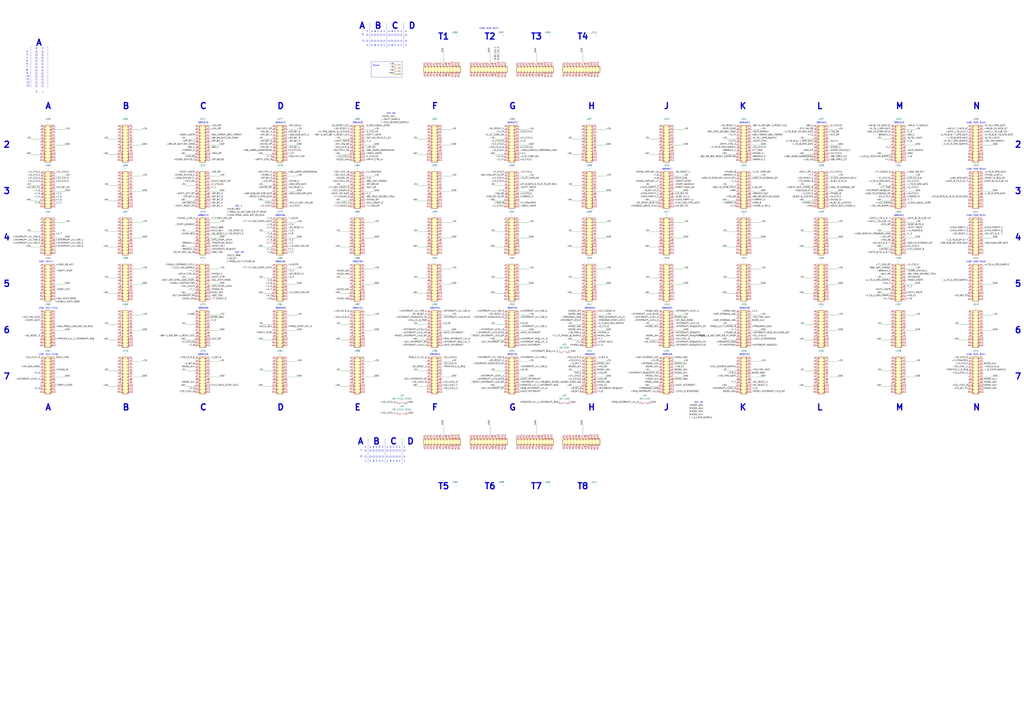
<source format=kicad_sch>
(kicad_sch (version 20211123) (generator eeschema)
  (paper "A1")
  (wire (pts (xy 109.22 220.98) (xy 116.84 220.98)))
  (wire (pts (xy 680.72 233.68) (xy 688.34 233.68)))
  (wire (pts (xy 402.59 50.8) (xy 402.59 43.18)))
  (polyline (pts (xy 330.2 360.68) (xy 330.2 381)))
  (wire (pts (xy 596.9 228.6) (xy 604.52 228.6)))
  (wire (pts (xy 617.22 259.08) (xy 624.84 259.08)))
  (wire (pts (xy 299.72 106.68) (xy 307.34 106.68)))
  (wire (pts (xy 744.22 106.68) (xy 751.84 106.68)))
  (polyline (pts (xy 299.72 374.65) (xy 299.72 375.92)) (stroke (width 0) (type solid)))
  (polyline (pts (xy 320.04 374.65) (xy 320.04 375.92)) (stroke (width 0) (type solid)))
  (wire (pts (xy 426.72 271.78) (xy 434.34 271.78)))
  (wire (pts (xy 490.22 157.48) (xy 497.84 157.48)))
  (wire (pts (xy 109.22 259.08) (xy 116.84 259.08)))
  (polyline (pts (xy 304.8 27.94) (xy 306.07 27.94)) (stroke (width 0) (type solid)))
  (wire (pts (xy 533.4 114.3) (xy 541.02 114.3)))
  (wire (pts (xy 363.22 220.98) (xy 370.84 220.98)))
  (wire (pts (xy 172.72 157.48) (xy 180.34 157.48)))
  (wire (pts (xy 172.72 193.04) (xy 186.69 193.04)))
  (wire (pts (xy 152.4 228.6) (xy 160.02 228.6)))
  (wire (pts (xy 363.22 195.58) (xy 370.84 195.58)))
  (polyline (pts (xy 327.66 29.21) (xy 327.66 27.94)) (stroke (width 0) (type solid)))
  (polyline (pts (xy 312.42 29.21) (xy 313.69 29.21)) (stroke (width 0) (type solid)))
  (wire (pts (xy 406.4 228.6) (xy 414.02 228.6)))
  (wire (pts (xy 363.22 119.38) (xy 370.84 119.38)))
  (polyline (pts (xy 326.39 27.94) (xy 327.66 27.94)) (stroke (width 0) (type solid)))
  (polyline (pts (xy 303.53 374.65) (xy 304.8 374.65)) (stroke (width 0) (type solid)))
  (wire (pts (xy 236.22 233.68) (xy 243.84 233.68)))
  (polyline (pts (xy 300.99 34.29) (xy 302.26 34.29)) (stroke (width 0) (type solid)))
  (polyline (pts (xy 306.07 374.65) (xy 306.07 375.92)) (stroke (width 0) (type solid)))
  (wire (pts (xy 152.4 114.3) (xy 160.02 114.3)))
  (polyline (pts (xy 30.48 66.04) (xy 30.48 64.77)) (stroke (width 0) (type solid)))
  (wire (pts (xy 596.9 114.3) (xy 604.52 114.3)))
  (wire (pts (xy 279.4 228.6) (xy 287.02 228.6)))
  (polyline (pts (xy 34.29 64.77) (xy 35.56 64.77)) (stroke (width 0) (type solid)))
  (wire (pts (xy 723.9 279.4) (xy 731.52 279.4)))
  (wire (pts (xy 236.22 157.48) (xy 243.84 157.48)))
  (polyline (pts (xy 331.47 374.65) (xy 332.74 374.65)) (stroke (width 0) (type solid)))
  (wire (pts (xy 215.9 203.2) (xy 223.52 203.2)))
  (wire (pts (xy 660.4 228.6) (xy 668.02 228.6)))
  (wire (pts (xy 744.22 271.78) (xy 751.84 271.78)))
  (polyline (pts (xy 34.29 52.07) (xy 35.56 52.07)) (stroke (width 0) (type solid)))
  (wire (pts (xy 342.9 317.5) (xy 350.52 317.5)))
  (polyline (pts (xy 313.69 374.65) (xy 313.69 375.92)) (stroke (width 0) (type solid)))
  (polyline (pts (xy 29.21 57.15) (xy 29.21 58.42)) (stroke (width 0) (type solid)))
  (wire (pts (xy 342.9 241.3) (xy 350.52 241.3)))
  (wire (pts (xy 566.42 334.01) (xy 566.42 344.17)))
  (wire (pts (xy 680.72 195.58) (xy 688.34 195.58)))
  (polyline (pts (xy 325.12 375.92) (xy 326.39 375.92)) (stroke (width 0) (type solid)))
  (polyline (pts (xy 29.21 41.91) (xy 29.21 43.18)) (stroke (width 0) (type solid)))
  (wire (pts (xy 363.22 157.48) (xy 370.84 157.48)))
  (polyline (pts (xy 306.07 370.84) (xy 307.34 370.84)) (stroke (width 0) (type solid)))
  (wire (pts (xy 490.22 195.58) (xy 497.84 195.58)))
  (polyline (pts (xy 323.85 33.02) (xy 323.85 34.29)) (stroke (width 0) (type solid)))
  (wire (pts (xy 109.22 157.48) (xy 116.84 157.48)))
  (polyline (pts (xy 314.96 33.02) (xy 314.96 34.29)) (stroke (width 0) (type solid)))
  (polyline (pts (xy 309.88 27.94) (xy 309.88 29.21)) (stroke (width 0) (type solid)))
  (polyline (pts (xy 35.56 66.04) (xy 35.56 64.77)) (stroke (width 0) (type solid)))
  (wire (pts (xy 406.4 279.4) (xy 414.02 279.4)))
  (wire (pts (xy 787.4 279.4) (xy 795.02 279.4)))
  (polyline (pts (xy 325.12 374.65) (xy 326.39 374.65)) (stroke (width 0) (type solid)))
  (wire (pts (xy 406.4 241.3) (xy 414.02 241.3)))
  (wire (pts (xy 88.9 152.4) (xy 96.52 152.4)))
  (wire (pts (xy 215.9 266.7) (xy 223.52 266.7)))
  (polyline (pts (xy 34.29 59.69) (xy 34.29 60.96)) (stroke (width 0) (type solid)))
  (wire (pts (xy 596.9 127) (xy 604.52 127)))
  (wire (pts (xy 469.9 228.6) (xy 477.52 228.6)))
  (wire (pts (xy 744.22 233.68) (xy 751.84 233.68)))
  (polyline (pts (xy 300.99 33.02) (xy 300.99 34.29)) (stroke (width 0) (type solid)))
  (polyline (pts (xy 34.29 64.77) (xy 34.29 66.04)) (stroke (width 0) (type solid)))
  (wire (pts (xy 807.72 119.38) (xy 815.34 119.38)))
  (polyline (pts (xy 309.88 33.02) (xy 309.88 34.29)) (stroke (width 0) (type solid)))
  (polyline (pts (xy 39.37 38.1) (xy 39.37 72.39)))
  (polyline (pts (xy 34.29 48.26) (xy 35.56 48.26)) (stroke (width 0) (type solid)))
  (polyline (pts (xy 314.96 375.92) (xy 314.96 374.65)) (stroke (width 0) (type solid)))
  (polyline (pts (xy 320.04 375.92) (xy 321.31 375.92)) (stroke (width 0) (type solid)))
  (polyline (pts (xy 302.26 360.68) (xy 302.26 381)))
  (polyline (pts (xy 299.72 370.84) (xy 300.99 370.84)) (stroke (width 0) (type solid)))
  (wire (pts (xy 426.72 195.58) (xy 434.34 195.58)))
  (wire (pts (xy 723.9 165.1) (xy 731.52 165.1)))
  (wire (pts (xy 617.22 144.78) (xy 624.84 144.78)))
  (polyline (pts (xy 34.29 43.18) (xy 35.56 43.18)) (stroke (width 0) (type solid)))
  (wire (pts (xy 215.9 317.5) (xy 223.52 317.5)))
  (polyline (pts (xy 328.93 29.21) (xy 330.2 29.21)) (stroke (width 0) (type solid)))
  (wire (pts (xy 680.72 119.38) (xy 688.34 119.38)))
  (wire (pts (xy 342.9 152.4) (xy 350.52 152.4)))
  (polyline (pts (xy 325.12 374.65) (xy 325.12 375.92)) (stroke (width 0) (type solid)))
  (wire (pts (xy 596.9 203.2) (xy 604.52 203.2)))
  (polyline (pts (xy 323.85 33.02) (xy 325.12 33.02)) (stroke (width 0) (type solid)))
  (polyline (pts (xy 318.77 34.29) (xy 320.04 34.29)) (stroke (width 0) (type solid)))
  (polyline (pts (xy 320.04 374.65) (xy 321.31 374.65)) (stroke (width 0) (type solid)))
  (wire (pts (xy 680.72 220.98) (xy 688.34 220.98)))
  (wire (pts (xy 406.4 317.5) (xy 414.02 317.5)))
  (wire (pts (xy 553.72 144.78) (xy 561.34 144.78)))
  (polyline (pts (xy 317.5 19.05) (xy 317.5 39.37)))
  (wire (pts (xy 109.22 233.68) (xy 116.84 233.68)))
  (wire (pts (xy 109.22 106.68) (xy 116.84 106.68)))
  (wire (pts (xy 186.69 172.72) (xy 186.69 177.8)))
  (wire (pts (xy 596.9 241.3) (xy 604.52 241.3)))
  (polyline (pts (xy 322.58 34.29) (xy 322.58 33.02)) (stroke (width 0) (type solid)))
  (polyline (pts (xy 323.85 27.94) (xy 323.85 29.21)) (stroke (width 0) (type solid)))
  (wire (pts (xy 807.72 195.58) (xy 815.34 195.58)))
  (polyline (pts (xy 313.69 369.57) (xy 313.69 370.84)) (stroke (width 0) (type solid)))
  (wire (pts (xy 596.9 304.8) (xy 604.52 304.8)))
  (polyline (pts (xy 29.21 44.45) (xy 29.21 45.72)) (stroke (width 0) (type solid)))
  (wire (pts (xy 109.22 309.88) (xy 116.84 309.88)))
  (polyline (pts (xy 331.47 370.84) (xy 332.74 370.84)) (stroke (width 0) (type solid)))
  (polyline (pts (xy 30.48 58.42) (xy 30.48 57.15)) (stroke (width 0) (type solid)))
  (polyline (pts (xy 309.88 29.21) (xy 311.15 29.21)) (stroke (width 0) (type solid)))
  (polyline (pts (xy 34.29 62.23) (xy 34.29 63.5)) (stroke (width 0) (type solid)))
  (polyline (pts (xy 35.56 58.42) (xy 35.56 57.15)) (stroke (width 0) (type solid)))
  (polyline (pts (xy 34.29 66.04) (xy 35.56 66.04)) (stroke (width 0) (type solid)))
  (polyline (pts (xy 326.39 33.02) (xy 326.39 34.29)) (stroke (width 0) (type solid)))
  (wire (pts (xy 88.9 165.1) (xy 96.52 165.1)))
  (polyline (pts (xy 34.29 57.15) (xy 35.56 57.15)) (stroke (width 0) (type solid)))
  (polyline (pts (xy 318.77 27.94) (xy 318.77 29.21)) (stroke (width 0) (type solid)))
  (polyline (pts (xy 332.74 33.02) (xy 332.74 34.29)) (stroke (width 0) (type solid)))
  (wire (pts (xy 744.22 297.18) (xy 751.84 297.18)))
  (polyline (pts (xy 323.85 27.94) (xy 325.12 27.94)) (stroke (width 0) (type solid)))
  (polyline (pts (xy 309.88 375.92) (xy 309.88 374.65)) (stroke (width 0) (type solid)))
  (polyline (pts (xy 29.21 67.31) (xy 30.48 67.31)) (stroke (width 0) (type solid)))
  (wire (pts (xy 553.72 220.98) (xy 561.34 220.98)))
  (polyline (pts (xy 34.29 67.31) (xy 34.29 68.58)) (stroke (width 0) (type solid)))
  (polyline (pts (xy 303.53 369.57) (xy 304.8 369.57)) (stroke (width 0) (type solid)))
  (polyline (pts (xy 332.74 370.84) (xy 332.74 369.57)) (stroke (width 0) (type solid)))
  (wire (pts (xy 215.9 127) (xy 223.52 127)))
  (polyline (pts (xy 309.88 33.02) (xy 311.15 33.02)) (stroke (width 0) (type solid)))
  (wire (pts (xy 342.9 228.6) (xy 350.52 228.6)))
  (wire (pts (xy 402.59 356.87) (xy 402.59 349.25)))
  (wire (pts (xy 533.4 279.4) (xy 541.02 279.4)))
  (wire (pts (xy 723.9 266.7) (xy 731.52 266.7)))
  (polyline (pts (xy 34.29 41.91) (xy 34.29 43.18)) (stroke (width 0) (type solid)))
  (wire (pts (xy 236.22 259.08) (xy 243.84 259.08)))
  (wire (pts (xy 553.72 157.48) (xy 561.34 157.48)))
  (polyline (pts (xy 334.01 34.29) (xy 334.01 33.02)) (stroke (width 0) (type solid)))
  (wire (pts (xy 25.4 190.5) (xy 33.02 190.5)))
  (wire (pts (xy 299.72 195.58) (xy 307.34 195.58)))
  (wire (pts (xy 533.4 152.4) (xy 541.02 152.4)))
  (polyline (pts (xy 312.42 370.84) (xy 312.42 369.57)) (stroke (width 0) (type solid)))
  (polyline (pts (xy 309.88 370.84) (xy 309.88 369.57)) (stroke (width 0) (type solid)))
  (polyline (pts (xy 330.2 63.5) (xy 304.8 63.5)) (stroke (width 0) (type solid)))
  (polyline (pts (xy 34.29 52.07) (xy 34.29 53.34)) (stroke (width 0) (type solid)))
  (wire (pts (xy 299.72 144.78) (xy 307.34 144.78)))
  (wire (pts (xy 596.9 165.1) (xy 604.52 165.1)))
  (polyline (pts (xy 306.07 34.29) (xy 306.07 33.02)) (stroke (width 0) (type solid)))
  (wire (pts (xy 363.22 309.88) (xy 370.84 309.88)))
  (wire (pts (xy 617.22 271.78) (xy 624.84 271.78)))
  (polyline (pts (xy 35.56 60.96) (xy 35.56 59.69)) (stroke (width 0) (type solid)))
  (wire (pts (xy 152.4 127) (xy 160.02 127)))
  (wire (pts (xy 406.4 127) (xy 414.02 127)))
  (wire (pts (xy 660.4 266.7) (xy 668.02 266.7)))
  (polyline (pts (xy 307.34 34.29) (xy 308.61 34.29)) (stroke (width 0) (type solid)))
  (wire (pts (xy 215.9 279.4) (xy 223.52 279.4)))
  (polyline (pts (xy 326.39 370.84) (xy 326.39 369.57)) (stroke (width 0) (type solid)))
  (polyline (pts (xy 320.04 29.21) (xy 320.04 27.94)) (stroke (width 0) (type solid)))
  (wire (pts (xy 469.9 152.4) (xy 477.52 152.4)))
  (wire (pts (xy 744.22 182.88) (xy 751.84 182.88)))
  (polyline (pts (xy 320.04 369.57) (xy 320.04 370.84)) (stroke (width 0) (type solid)))
  (wire (pts (xy 440.69 50.8) (xy 440.69 43.18)))
  (polyline (pts (xy 34.29 45.72) (xy 35.56 45.72)) (stroke (width 0) (type solid)))
  (polyline (pts (xy 29.21 55.88) (xy 30.48 55.88)) (stroke (width 0) (type solid)))
  (polyline (pts (xy 308.61 374.65) (xy 308.61 375.92)) (stroke (width 0) (type solid)))
  (wire (pts (xy 406.4 114.3) (xy 414.02 114.3)))
  (wire (pts (xy 299.72 182.88) (xy 307.34 182.88)))
  (polyline (pts (xy 328.93 27.94) (xy 330.2 27.94)) (stroke (width 0) (type solid)))
  (wire (pts (xy 45.72 195.58) (xy 53.34 195.58)))
  (polyline (pts (xy 311.15 369.57) (xy 311.15 370.84)) (stroke (width 0) (type solid)))
  (polyline (pts (xy 300.99 27.94) (xy 300.99 29.21)) (stroke (width 0) (type solid)))
  (polyline (pts (xy 327.66 374.65) (xy 327.66 375.92)) (stroke (width 0) (type solid)))
  (polyline (pts (xy 314.96 33.02) (xy 316.23 33.02)) (stroke (width 0) (type solid)))
  (polyline (pts (xy 322.58 369.57) (xy 322.58 370.84)) (stroke (width 0) (type solid)))
  (polyline (pts (xy 330.2 29.21) (xy 330.2 27.94)) (stroke (width 0) (type solid)))
  (wire (pts (xy 88.9 190.5) (xy 96.52 190.5)))
  (wire (pts (xy 533.4 317.5) (xy 541.02 317.5)))
  (wire (pts (xy 660.4 190.5) (xy 668.02 190.5)))
  (wire (pts (xy 45.72 233.68) (xy 53.34 233.68)))
  (wire (pts (xy 342.9 127) (xy 350.52 127)))
  (wire (pts (xy 596.9 317.5) (xy 604.52 317.5)))
  (wire (pts (xy 186.69 190.5) (xy 186.69 193.04)))
  (polyline (pts (xy 317.5 374.65) (xy 318.77 374.65)) (stroke (width 0) (type solid)))
  (wire (pts (xy 723.9 228.6) (xy 731.52 228.6)))
  (wire (pts (xy 744.22 144.78) (xy 751.84 144.78)))
  (wire (pts (xy 279.4 266.7) (xy 287.02 266.7)))
  (wire (pts (xy 723.9 241.3) (xy 731.52 241.3)))
  (polyline (pts (xy 316.23 360.68) (xy 316.23 381)))
  (polyline (pts (xy 308.61 369.57) (xy 308.61 370.84)) (stroke (width 0) (type solid)))
  (wire (pts (xy 279.4 317.5) (xy 287.02 317.5)))
  (wire (pts (xy 469.9 165.1) (xy 477.52 165.1)))
  (wire (pts (xy 172.72 195.58) (xy 180.34 195.58)))
  (wire (pts (xy 680.72 106.68) (xy 688.34 106.68)))
  (polyline (pts (xy 306.07 374.65) (xy 307.34 374.65)) (stroke (width 0) (type solid)))
  (polyline (pts (xy 322.58 375.92) (xy 323.85 375.92)) (stroke (width 0) (type solid)))
  (wire (pts (xy 680.72 182.88) (xy 688.34 182.88)))
  (polyline (pts (xy 308.61 369.57) (xy 309.88 369.57)) (stroke (width 0) (type solid)))
  (polyline (pts (xy 29.21 54.61) (xy 29.21 55.88)) (stroke (width 0) (type solid)))
  (wire (pts (xy 152.4 203.2) (xy 160.02 203.2)))
  (polyline (pts (xy 29.21 50.8) (xy 30.48 50.8)) (stroke (width 0) (type solid)))
  (polyline (pts (xy 313.69 370.84) (xy 314.96 370.84)) (stroke (width 0) (type solid)))
  (polyline (pts (xy 304.8 33.02) (xy 306.07 33.02)) (stroke (width 0) (type solid)))
  (polyline (pts (xy 34.29 54.61) (xy 34.29 55.88)) (stroke (width 0) (type solid)))
  (polyline (pts (xy 299.72 374.65) (xy 300.99 374.65)) (stroke (width 0) (type solid)))
  (polyline (pts (xy 307.34 370.84) (xy 307.34 369.57)) (stroke (width 0) (type solid)))
  (wire (pts (xy 363.22 297.18) (xy 370.84 297.18)))
  (polyline (pts (xy 332.74 29.21) (xy 334.01 29.21)) (stroke (width 0) (type solid)))
  (polyline (pts (xy 302.26 29.21) (xy 302.26 27.94)) (stroke (width 0) (type solid)))
  (wire (pts (xy 172.72 220.98) (xy 180.34 220.98)))
  (wire (pts (xy 469.9 114.3) (xy 477.52 114.3)))
  (wire (pts (xy 478.79 50.8) (xy 478.79 43.18)))
  (wire (pts (xy 426.72 297.18) (xy 434.34 297.18)))
  (wire (pts (xy 45.72 144.78) (xy 53.34 144.78)))
  (polyline (pts (xy 29.21 52.07) (xy 30.48 52.07)) (stroke (width 0) (type solid)))
  (wire (pts (xy 109.22 297.18) (xy 116.84 297.18)))
  (polyline (pts (xy 334.01 29.21) (xy 334.01 27.94)) (stroke (width 0) (type solid)))
  (polyline (pts (xy 299.72 369.57) (xy 300.99 369.57)) (stroke (width 0) (type solid)))
  (wire (pts (xy 186.69 210.82) (xy 186.69 215.9)))
  (polyline (pts (xy 34.29 69.85) (xy 35.56 69.85)) (stroke (width 0) (type solid)))
  (polyline (pts (xy 300.99 33.02) (xy 302.26 33.02)) (stroke (width 0) (type solid)))
  (wire (pts (xy 215.9 228.6) (xy 223.52 228.6)))
  (polyline (pts (xy 30.48 60.96) (xy 30.48 59.69)) (stroke (width 0) (type solid)))
  (polyline (pts (xy 29.21 58.42) (xy 30.48 58.42)) (stroke (width 0) (type solid)))
  (polyline (pts (xy 321.31 27.94) (xy 322.58 27.94)) (stroke (width 0) (type solid)))
  (wire (pts (xy 342.9 165.1) (xy 350.52 165.1)))
  (wire (pts (xy 299.72 297.18) (xy 307.34 297.18)))
  (polyline (pts (xy 304.8 50.8) (xy 330.2 50.8)) (stroke (width 0) (type solid)))
  (polyline (pts (xy 34.29 46.99) (xy 35.56 46.99)) (stroke (width 0) (type solid)))
  (polyline (pts (xy 34.29 62.23) (xy 35.56 62.23)) (stroke (width 0) (type solid)))
  (polyline (pts (xy 332.74 34.29) (xy 334.01 34.29)) (stroke (width 0) (type solid)))
  (polyline (pts (xy 35.56 68.58) (xy 35.56 67.31)) (stroke (width 0) (type solid)))
  (polyline (pts (xy 29.21 64.77) (xy 30.48 64.77)) (stroke (width 0) (type solid)))
  (wire (pts (xy 426.72 157.48) (xy 434.34 157.48)))
  (wire (pts (xy 279.4 203.2) (xy 287.02 203.2)))
  (polyline (pts (xy 311.15 29.21) (xy 311.15 27.94)) (stroke (width 0) (type solid)))
  (wire (pts (xy 723.9 127) (xy 731.52 127)))
  (polyline (pts (xy 317.5 369.57) (xy 317.5 370.84)) (stroke (width 0) (type solid)))
  (wire (pts (xy 172.72 309.88) (xy 180.34 309.88)))
  (polyline (pts (xy 330.2 50.8) (xy 330.2 63.5)) (stroke (width 0) (type solid)))
  (polyline (pts (xy 320.04 370.84) (xy 321.31 370.84)) (stroke (width 0) (type solid)))
  (wire (pts (xy 215.9 304.8) (xy 223.52 304.8)))
  (wire (pts (xy 279.4 190.5) (xy 287.02 190.5)))
  (wire (pts (xy 426.72 259.08) (xy 434.34 259.08)))
  (polyline (pts (xy 328.93 27.94) (xy 328.93 29.21)) (stroke (width 0) (type solid)))
  (polyline (pts (xy 35.56 48.26) (xy 35.56 46.99)) (stroke (width 0) (type solid)))
  (polyline (pts (xy 321.31 29.21) (xy 322.58 29.21)) (stroke (width 0) (type solid)))
  (wire (pts (xy 617.22 233.68) (xy 624.84 233.68)))
  (wire (pts (xy 490.22 182.88) (xy 497.84 182.88)))
  (wire (pts (xy 807.72 309.88) (xy 815.34 309.88)))
  (wire (pts (xy 660.4 241.3) (xy 668.02 241.3)))
  (polyline (pts (xy 34.29 59.69) (xy 35.56 59.69)) (stroke (width 0) (type solid)))
  (polyline (pts (xy 325.12 34.29) (xy 325.12 33.02)) (stroke (width 0) (type solid)))
  (polyline (pts (xy 328.93 375.92) (xy 328.93 374.65)) (stroke (width 0) (type solid)))
  (polyline (pts (xy 29.21 60.96) (xy 30.48 60.96)) (stroke (width 0) (type solid)))
  (polyline (pts (xy 302.26 34.29) (xy 302.26 33.02)) (stroke (width 0) (type solid)))
  (polyline (pts (xy 322.58 374.65) (xy 322.58 375.92)) (stroke (width 0) (type solid)))
  (wire (pts (xy 313.69 96.52) (xy 313.69 101.6)))
  (polyline (pts (xy 304.8 375.92) (xy 304.8 374.65)) (stroke (width 0) (type solid)))
  (wire (pts (xy 109.22 182.88) (xy 116.84 182.88)))
  (wire (pts (xy 279.4 241.3) (xy 287.02 241.3)))
  (polyline (pts (xy 328.93 370.84) (xy 328.93 369.57)) (stroke (width 0) (type solid)))
  (polyline (pts (xy 303.53 374.65) (xy 303.53 375.92)) (stroke (width 0) (type solid)))
  (polyline (pts (xy 309.88 27.94) (xy 311.15 27.94)) (stroke (width 0) (type solid)))
  (polyline (pts (xy 34.29 63.5) (xy 35.56 63.5)) (stroke (width 0) (type solid)))
  (wire (pts (xy 45.72 106.68) (xy 53.34 106.68)))
  (wire (pts (xy 215.9 114.3) (xy 223.52 114.3)))
  (wire (pts (xy 680.72 271.78) (xy 688.34 271.78)))
  (polyline (pts (xy 304.8 34.29) (xy 306.07 34.29)) (stroke (width 0) (type solid)))
  (polyline (pts (xy 29.21 64.77) (xy 29.21 66.04)) (stroke (width 0) (type solid)))
  (wire (pts (xy 617.22 309.88) (xy 624.84 309.88)))
  (wire (pts (xy 236.22 119.38) (xy 243.84 119.38)))
  (wire (pts (xy 490.22 271.78) (xy 497.84 271.78)))
  (polyline (pts (xy 331.47 375.92) (xy 332.74 375.92)) (stroke (width 0) (type solid)))
  (wire (pts (xy 744.22 220.98) (xy 751.84 220.98)))
  (wire (pts (xy 88.9 241.3) (xy 96.52 241.3)))
  (polyline (pts (xy 308.61 370.84) (xy 309.88 370.84)) (stroke (width 0) (type solid)))
  (wire (pts (xy 680.72 259.08) (xy 688.34 259.08)))
  (polyline (pts (xy 34.29 67.31) (xy 35.56 67.31)) (stroke (width 0) (type solid)))
  (wire (pts (xy 617.22 157.48) (xy 624.84 157.48)))
  (wire (pts (xy 236.22 144.78) (xy 243.84 144.78)))
  (wire (pts (xy 680.72 297.18) (xy 688.34 297.18)))
  (polyline (pts (xy 299.72 375.92) (xy 300.99 375.92)) (stroke (width 0) (type solid)))
  (polyline (pts (xy 318.77 375.92) (xy 318.77 374.65)) (stroke (width 0) (type solid)))
  (polyline (pts (xy 332.74 33.02) (xy 334.01 33.02)) (stroke (width 0) (type solid)))
  (wire (pts (xy 299.72 309.88) (xy 307.34 309.88)))
  (wire (pts (xy 533.4 304.8) (xy 541.02 304.8)))
  (polyline (pts (xy 29.21 45.72) (xy 30.48 45.72)) (stroke (width 0) (type solid)))
  (polyline (pts (xy 322.58 370.84) (xy 323.85 370.84)) (stroke (width 0) (type solid)))
  (wire (pts (xy 490.22 297.18) (xy 497.84 297.18)))
  (polyline (pts (xy 34.29 68.58) (xy 35.56 68.58)) (stroke (width 0) (type solid)))
  (polyline (pts (xy 326.39 27.94) (xy 326.39 29.21)) (stroke (width 0) (type solid)))
  (wire (pts (xy 744.22 195.58) (xy 751.84 195.58)))
  (wire (pts (xy 723.9 152.4) (xy 731.52 152.4)))
  (wire (pts (xy 299.72 220.98) (xy 307.34 220.98)))
  (wire (pts (xy 342.9 279.4) (xy 350.52 279.4)))
  (wire (pts (xy 299.72 157.48) (xy 307.34 157.48)))
  (polyline (pts (xy 29.21 57.15) (xy 30.48 57.15)) (stroke (width 0) (type solid)))
  (wire (pts (xy 45.72 119.38) (xy 53.34 119.38)))
  (wire (pts (xy 279.4 152.4) (xy 287.02 152.4)))
  (wire (pts (xy 723.9 317.5) (xy 731.52 317.5)))
  (wire (pts (xy 533.4 165.1) (xy 541.02 165.1)))
  (wire (pts (xy 723.9 203.2) (xy 731.52 203.2)))
  (polyline (pts (xy 300.99 27.94) (xy 302.26 27.94)) (stroke (width 0) (type solid)))
  (wire (pts (xy 215.9 165.1) (xy 223.52 165.1)))
  (wire (pts (xy 660.4 127) (xy 668.02 127)))
  (polyline (pts (xy 25.4 38.1) (xy 25.4 72.39)))
  (wire (pts (xy 406.4 165.1) (xy 414.02 165.1)))
  (wire (pts (xy 299.72 259.08) (xy 307.34 259.08)))
  (wire (pts (xy 172.72 297.18) (xy 180.34 297.18)))
  (wire (pts (xy 363.22 271.78) (xy 370.84 271.78)))
  (wire (pts (xy 617.22 220.98) (xy 624.84 220.98)))
  (wire (pts (xy 25.4 114.3) (xy 33.02 114.3)))
  (wire (pts (xy 406.4 304.8) (xy 414.02 304.8)))
  (polyline (pts (xy 317.5 375.92) (xy 318.77 375.92)) (stroke (width 0) (type solid)))
  (polyline (pts (xy 332.74 375.92) (xy 332.74 374.65)) (stroke (width 0) (type solid)))
  (wire (pts (xy 660.4 165.1) (xy 668.02 165.1)))
  (polyline (pts (xy 304.8 370.84) (xy 304.8 369.57)) (stroke (width 0) (type solid)))
  (polyline (pts (xy 29.21 46.99) (xy 30.48 46.99)) (stroke (width 0) (type solid)))
  (polyline (pts (xy 30.48 55.88) (xy 30.48 54.61)) (stroke (width 0) (type solid)))
  (polyline (pts (xy 317.5 374.65) (xy 317.5 375.92)) (stroke (width 0) (type solid)))
  (wire (pts (xy 723.9 114.3) (xy 731.52 114.3)))
  (wire (pts (xy 807.72 157.48) (xy 815.34 157.48)))
  (polyline (pts (xy 309.88 34.29) (xy 311.15 34.29)) (stroke (width 0) (type solid)))
  (polyline (pts (xy 323.85 29.21) (xy 325.12 29.21)) (stroke (width 0) (type solid)))
  (polyline (pts (xy 314.96 27.94) (xy 314.96 29.21)) (stroke (width 0) (type solid)))
  (wire (pts (xy 617.22 106.68) (xy 624.84 106.68)))
  (wire (pts (xy 299.72 233.68) (xy 307.34 233.68)))
  (wire (pts (xy 152.4 241.3) (xy 160.02 241.3)))
  (wire (pts (xy 744.22 119.38) (xy 751.84 119.38)))
  (polyline (pts (xy 326.39 33.02) (xy 327.66 33.02)) (stroke (width 0) (type solid)))
  (polyline (pts (xy 331.47 19.05) (xy 331.47 39.37)))
  (wire (pts (xy 363.22 182.88) (xy 370.84 182.88)))
  (wire (pts (xy 426.72 144.78) (xy 434.34 144.78)))
  (polyline (pts (xy 34.29 58.42) (xy 35.56 58.42)) (stroke (width 0) (type solid)))
  (polyline (pts (xy 307.34 29.21) (xy 308.61 29.21)) (stroke (width 0) (type solid)))
  (wire (pts (xy 45.72 309.88) (xy 53.34 309.88)))
  (polyline (pts (xy 34.29 46.99) (xy 34.29 48.26)) (stroke (width 0) (type solid)))
  (polyline (pts (xy 304.8 63.5) (xy 304.8 50.8)) (stroke (width 0) (type solid)))
  (polyline (pts (xy 29.21 62.23) (xy 30.48 62.23)) (stroke (width 0) (type solid)))
  (polyline (pts (xy 312.42 27.94) (xy 312.42 29.21)) (stroke (width 0) (type solid)))
  (polyline (pts (xy 328.93 33.02) (xy 330.2 33.02)) (stroke (width 0) (type solid)))
  (polyline (pts (xy 307.34 33.02) (xy 308.61 33.02)) (stroke (width 0) (type solid)))
  (polyline (pts (xy 313.69 29.21) (xy 313.69 27.94)) (stroke (width 0) (type solid)))
  (polyline (pts (xy 327.66 370.84) (xy 328.93 370.84)) (stroke (width 0) (type solid)))
  (wire (pts (xy 469.9 127) (xy 477.52 127)))
  (polyline (pts (xy 35.56 43.18) (xy 35.56 41.91)) (stroke (width 0) (type solid)))
  (polyline (pts (xy 306.07 29.21) (xy 306.07 27.94)) (stroke (width 0) (type solid)))
  (wire (pts (xy 279.4 127) (xy 287.02 127)))
  (wire (pts (xy 25.4 165.1) (xy 33.02 165.1)))
  (wire (pts (xy 426.72 119.38) (xy 434.34 119.38)))
  (wire (pts (xy 88.9 228.6) (xy 96.52 228.6)))
  (polyline (pts (xy 300.99 370.84) (xy 300.99 369.57)) (stroke (width 0) (type solid)))
  (wire (pts (xy 152.4 190.5) (xy 160.02 190.5)))
  (polyline (pts (xy 308.61 29.21) (xy 308.61 27.94)) (stroke (width 0) (type solid)))
  (polyline (pts (xy 321.31 370.84) (xy 321.31 369.57)) (stroke (width 0) (type solid)))
  (wire (pts (xy 25.4 203.2) (xy 33.02 203.2)))
  (polyline (pts (xy 300.99 29.21) (xy 302.26 29.21)) (stroke (width 0) (type solid)))
  (polyline (pts (xy 326.39 375.92) (xy 326.39 374.65)) (stroke (width 0) (type solid)))
  (wire (pts (xy 299.72 271.78) (xy 307.34 271.78)))
  (wire (pts (xy 490.22 220.98) (xy 497.84 220.98)))
  (polyline (pts (xy 322.58 29.21) (xy 322.58 27.94)) (stroke (width 0) (type solid)))
  (polyline (pts (xy 307.34 27.94) (xy 307.34 29.21)) (stroke (width 0) (type solid)))
  (wire (pts (xy 236.22 309.88) (xy 243.84 309.88)))
  (wire (pts (xy 363.22 106.68) (xy 370.84 106.68)))
  (wire (pts (xy 723.9 190.5) (xy 731.52 190.5)))
  (wire (pts (xy 25.4 152.4) (xy 33.02 152.4)))
  (polyline (pts (xy 35.56 55.88) (xy 35.56 54.61)) (stroke (width 0) (type solid)))
  (polyline (pts (xy 314.96 370.84) (xy 314.96 369.57)) (stroke (width 0) (type solid)))
  (polyline (pts (xy 316.23 29.21) (xy 316.23 27.94)) (stroke (width 0) (type solid)))
  (polyline (pts (xy 321.31 375.92) (xy 321.31 374.65)) (stroke (width 0) (type solid)))
  (wire (pts (xy 426.72 233.68) (xy 434.34 233.68)))
  (wire (pts (xy 88.9 317.5) (xy 96.52 317.5)))
  (wire (pts (xy 152.4 165.1) (xy 160.02 165.1)))
  (wire (pts (xy 440.69 356.87) (xy 440.69 349.25)))
  (polyline (pts (xy 30.48 53.34) (xy 30.48 52.07)) (stroke (width 0) (type solid)))
  (wire (pts (xy 533.4 127) (xy 541.02 127)))
  (polyline (pts (xy 314.96 27.94) (xy 316.23 27.94)) (stroke (width 0) (type solid)))
  (polyline (pts (xy 304.8 27.94) (xy 304.8 29.21)) (stroke (width 0) (type solid)))
  (wire (pts (xy 553.72 119.38) (xy 561.34 119.38)))
  (polyline (pts (xy 316.23 34.29) (xy 316.23 33.02)) (stroke (width 0) (type solid)))
  (polyline (pts (xy 29.21 49.53) (xy 29.21 50.8)) (stroke (width 0) (type solid)))
  (wire (pts (xy 172.72 271.78) (xy 180.34 271.78)))
  (wire (pts (xy 45.72 271.78) (xy 53.34 271.78)))
  (polyline (pts (xy 313.69 375.92) (xy 314.96 375.92)) (stroke (width 0) (type solid)))
  (wire (pts (xy 553.72 271.78) (xy 561.34 271.78)))
  (wire (pts (xy 215.9 241.3) (xy 223.52 241.3)))
  (wire (pts (xy 45.72 157.48) (xy 53.34 157.48)))
  (wire (pts (xy 469.9 241.3) (xy 477.52 241.3)))
  (wire (pts (xy 172.72 182.88) (xy 180.34 182.88)))
  (polyline (pts (xy 313.69 374.65) (xy 314.96 374.65)) (stroke (width 0) (type solid)))
  (wire (pts (xy 109.22 195.58) (xy 116.84 195.58)))
  (polyline (pts (xy 34.29 44.45) (xy 34.29 45.72)) (stroke (width 0) (type solid)))
  (polyline (pts (xy 303.53 369.57) (xy 303.53 370.84)) (stroke (width 0) (type solid)))
  (polyline (pts (xy 312.42 375.92) (xy 312.42 374.65)) (stroke (width 0) (type solid)))
  (wire (pts (xy 660.4 317.5) (xy 668.02 317.5)))
  (wire (pts (xy 279.4 304.8) (xy 287.02 304.8)))
  (wire (pts (xy 617.22 195.58) (xy 624.84 195.58)))
  (polyline (pts (xy 317.5 369.57) (xy 318.77 369.57)) (stroke (width 0) (type solid)))
  (wire (pts (xy 236.22 220.98) (xy 243.84 220.98)))
  (wire (pts (xy 490.22 106.68) (xy 497.84 106.68)))
  (polyline (pts (xy 303.53 370.84) (xy 304.8 370.84)) (stroke (width 0) (type solid)))
  (wire (pts (xy 88.9 127) (xy 96.52 127)))
  (wire (pts (xy 364.49 356.87) (xy 364.49 349.25)))
  (polyline (pts (xy 29.21 69.85) (xy 29.21 71.12)) (stroke (width 0) (type solid)))
  (polyline (pts (xy 312.42 34.29) (xy 313.69 34.29)) (stroke (width 0) (type solid)))
  (wire (pts (xy 469.9 279.4) (xy 477.52 279.4)))
  (wire (pts (xy 680.72 157.48) (xy 688.34 157.48)))
  (polyline (pts (xy 318.77 370.84) (xy 318.77 369.57)) (stroke (width 0) (type solid)))
  (wire (pts (xy 109.22 144.78) (xy 116.84 144.78)))
  (polyline (pts (xy 318.77 33.02) (xy 318.77 34.29)) (stroke (width 0) (type solid)))
  (wire (pts (xy 88.9 279.4) (xy 96.52 279.4)))
  (polyline (pts (xy 35.56 71.12) (xy 35.56 69.85)) (stroke (width 0) (type solid)))
  (wire (pts (xy 478.79 356.87) (xy 478.79 349.25)))
  (polyline (pts (xy 323.85 370.84) (xy 323.85 369.57)) (stroke (width 0) (type solid)))
  (polyline (pts (xy 29.21 49.53) (xy 30.48 49.53)) (stroke (width 0) (type solid)))
  (polyline (pts (xy 34.29 54.61) (xy 35.56 54.61)) (stroke (width 0) (type solid)))
  (polyline (pts (xy 35.56 53.34) (xy 35.56 52.07)) (stroke (width 0) (type solid)))
  (polyline (pts (xy 304.8 29.21) (xy 306.07 29.21)) (stroke (width 0) (type solid)))
  (wire (pts (xy 279.4 279.4) (xy 287.02 279.4)))
  (polyline (pts (xy 29.21 41.91) (xy 30.48 41.91)) (stroke (width 0) (type solid)))
  (wire (pts (xy 533.4 203.2) (xy 541.02 203.2)))
  (polyline (pts (xy 34.29 55.88) (xy 35.56 55.88)) (stroke (width 0) (type solid)))
  (wire (pts (xy 680.72 309.88) (xy 688.34 309.88)))
  (polyline (pts (xy 328.93 34.29) (xy 330.2 34.29)) (stroke (width 0) (type solid)))
  (polyline (pts (xy 325.12 369.57) (xy 325.12 370.84)) (stroke (width 0) (type solid)))
  (wire (pts (xy 363.22 233.68) (xy 370.84 233.68)))
  (wire (pts (xy 787.4 266.7) (xy 795.02 266.7)))
  (wire (pts (xy 426.72 220.98) (xy 434.34 220.98)))
  (polyline (pts (xy 331.47 374.65) (xy 331.47 375.92)) (stroke (width 0) (type solid)))
  (wire (pts (xy 342.9 203.2) (xy 350.52 203.2)))
  (wire (pts (xy 660.4 152.4) (xy 668.02 152.4)))
  (polyline (pts (xy 325.12 29.21) (xy 325.12 27.94)) (stroke (width 0) (type solid)))
  (polyline (pts (xy 321.31 27.94) (xy 321.31 29.21)) (stroke (width 0) (type solid)))
  (wire (pts (xy 426.72 309.88) (xy 434.34 309.88)))
  (polyline (pts (xy 29.21 59.69) (xy 30.48 59.69)) (stroke (width 0) (type solid)))
  (wire (pts (xy 172.72 144.78) (xy 180.34 144.78)))
  (wire (pts (xy 299.72 119.38) (xy 307.34 119.38)))
  (polyline (pts (xy 314.96 29.21) (xy 316.23 29.21)) (stroke (width 0) (type solid)))
  (polyline (pts (xy 320.04 369.57) (xy 321.31 369.57)) (stroke (width 0) (type solid)))
  (polyline (pts (xy 311.15 374.65) (xy 311.15 375.92)) (stroke (width 0) (type solid)))
  (wire (pts (xy 617.22 182.88) (xy 624.84 182.88)))
  (wire (pts (xy 553.72 309.88) (xy 561.34 309.88)))
  (wire (pts (xy 469.9 317.5) (xy 477.52 317.5)))
  (wire (pts (xy 553.72 106.68) (xy 561.34 106.68)))
  (wire (pts (xy 660.4 304.8) (xy 668.02 304.8)))
  (polyline (pts (xy 322.58 369.57) (xy 323.85 369.57)) (stroke (width 0) (type solid)))
  (wire (pts (xy 744.22 309.88) (xy 751.84 309.88)))
  (wire (pts (xy 363.22 259.08) (xy 370.84 259.08)))
  (polyline (pts (xy 311.15 369.57) (xy 312.42 369.57)) (stroke (width 0) (type solid)))
  (polyline (pts (xy 327.66 34.29) (xy 327.66 33.02)) (stroke (width 0) (type solid)))
  (polyline (pts (xy 330.2 34.29) (xy 330.2 33.02)) (stroke (width 0) (type solid)))
  (wire (pts (xy 807.72 271.78) (xy 815.34 271.78)))
  (polyline (pts (xy 34.29 69.85) (xy 34.29 71.12)) (stroke (width 0) (type solid)))
  (polyline (pts (xy 322.58 374.65) (xy 323.85 374.65)) (stroke (width 0) (type solid)))
  (wire (pts (xy 172.72 119.38) (xy 180.34 119.38)))
  (polyline (pts (xy 29.21 59.69) (xy 29.21 60.96)) (stroke (width 0) (type solid)))
  (polyline (pts (xy 325.12 370.84) (xy 326.39 370.84)) (stroke (width 0) (type solid)))
  (wire (pts (xy 596.9 152.4) (xy 604.52 152.4)))
  (wire (pts (xy 553.72 233.68) (xy 561.34 233.68)))
  (wire (pts (xy 215.9 190.5) (xy 223.52 190.5)))
  (polyline (pts (xy 332.74 27.94) (xy 334.01 27.94)) (stroke (width 0) (type solid)))
  (polyline (pts (xy 321.31 34.29) (xy 322.58 34.29)) (stroke (width 0) (type solid)))
  (polyline (pts (xy 332.74 27.94) (xy 332.74 29.21)) (stroke (width 0) (type solid)))
  (polyline (pts (xy 318.77 29.21) (xy 320.04 29.21)) (stroke (width 0) (type solid)))
  (wire (pts (xy 342.9 304.8) (xy 350.52 304.8)))
  (polyline (pts (xy 311.15 375.92) (xy 312.42 375.92)) (stroke (width 0) (type solid)))
  (polyline (pts (xy 313.69 369.57) (xy 314.96 369.57)) (stroke (width 0) (type solid)))
  (polyline (pts (xy 30.48 68.58) (xy 30.48 67.31)) (stroke (width 0) (type solid)))
  (wire (pts (xy 533.4 241.3) (xy 541.02 241.3)))
  (polyline (pts (xy 321.31 33.02) (xy 321.31 34.29)) (stroke (width 0) (type solid)))
  (polyline (pts (xy 312.42 33.02) (xy 312.42 34.29)) (stroke (width 0) (type solid)))
  (polyline (pts (xy 29.21 53.34) (xy 30.48 53.34)) (stroke (width 0) (type solid)))
  (polyline (pts (xy 30.48 48.26) (xy 30.48 46.99)) (stroke (width 0) (type solid)))
  (polyline (pts (xy 29.21 63.5) (xy 30.48 63.5)) (stroke (width 0) (type solid)))
  (wire (pts (xy 490.22 119.38) (xy 497.84 119.38)))
  (wire (pts (xy 807.72 259.08) (xy 815.34 259.08)))
  (wire (pts (xy 723.9 304.8) (xy 731.52 304.8)))
  (wire (pts (xy 596.9 279.4) (xy 604.52 279.4)))
  (polyline (pts (xy 30.48 71.12) (xy 30.48 69.85)) (stroke (width 0) (type solid)))
  (wire (pts (xy 596.9 190.5) (xy 604.52 190.5)))
  (wire (pts (xy 88.9 114.3) (xy 96.52 114.3)))
  (wire (pts (xy 342.9 114.3) (xy 350.52 114.3)))
  (polyline (pts (xy 300.99 375.92) (xy 300.99 374.65)) (stroke (width 0) (type solid)))
  (polyline (pts (xy 308.61 34.29) (xy 308.61 33.02)) (stroke (width 0) (type solid)))
  (polyline (pts (xy 34.29 44.45) (xy 35.56 44.45)) (stroke (width 0) (type solid)))
  (wire (pts (xy 88.9 203.2) (xy 96.52 203.2)))
  (polyline (pts (xy 327.66 369.57) (xy 327.66 370.84)) (stroke (width 0) (type solid)))
  (polyline (pts (xy 29.21 68.58) (xy 30.48 68.58)) (stroke (width 0) (type solid)))
  (polyline (pts (xy 34.29 49.53) (xy 35.56 49.53)) (stroke (width 0) (type solid)))
  (wire (pts (xy 152.4 304.8) (xy 160.02 304.8)))
  (polyline (pts (xy 303.53 375.92) (xy 304.8 375.92)) (stroke (width 0) (type solid)))
  (wire (pts (xy 680.72 144.78) (xy 688.34 144.78)))
  (wire (pts (xy 342.9 266.7) (xy 350.52 266.7)))
  (polyline (pts (xy 30.48 63.5) (xy 30.48 62.23)) (stroke (width 0) (type solid)))
  (wire (pts (xy 490.22 259.08) (xy 497.84 259.08)))
  (polyline (pts (xy 327.66 369.57) (xy 328.93 369.57)) (stroke (width 0) (type solid)))
  (polyline (pts (xy 313.69 34.29) (xy 313.69 33.02)) (stroke (width 0) (type solid)))
  (polyline (pts (xy 29.21 43.18) (xy 30.48 43.18)) (stroke (width 0) (type solid)))
  (polyline (pts (xy 34.29 60.96) (xy 35.56 60.96)) (stroke (width 0) (type solid)))
  (polyline (pts (xy 307.34 375.92) (xy 307.34 374.65)) (stroke (width 0) (type solid)))
  (wire (pts (xy 490.22 144.78) (xy 497.84 144.78)))
  (wire (pts (xy 279.4 165.1) (xy 287.02 165.1)))
  (wire (pts (xy 617.22 297.18) (xy 624.84 297.18)))
  (polyline (pts (xy 306.07 369.57) (xy 306.07 370.84)) (stroke (width 0) (type solid)))
  (wire (pts (xy 236.22 182.88) (xy 243.84 182.88)))
  (wire (pts (xy 617.22 119.38) (xy 624.84 119.38)))
  (polyline (pts (xy 299.72 369.57) (xy 299.72 370.84)) (stroke (width 0) (type solid)))
  (wire (pts (xy 406.4 266.7) (xy 414.02 266.7)))
  (wire (pts (xy 88.9 266.7) (xy 96.52 266.7)))
  (wire (pts (xy 490.22 233.68) (xy 497.84 233.68)))
  (polyline (pts (xy 307.34 27.94) (xy 308.61 27.94)) (stroke (width 0) (type solid)))
  (polyline (pts (xy 321.31 33.02) (xy 322.58 33.02)) (stroke (width 0) (type solid)))
  (wire (pts (xy 406.4 152.4) (xy 414.02 152.4)))
  (wire (pts (xy 469.9 190.5) (xy 477.52 190.5)))
  (polyline (pts (xy 29.21 62.23) (xy 29.21 63.5)) (stroke (width 0) (type solid)))
  (wire (pts (xy 469.9 203.2) (xy 477.52 203.2)))
  (polyline (pts (xy 308.61 375.92) (xy 309.88 375.92)) (stroke (width 0) (type solid)))
  (polyline (pts (xy 328.93 33.02) (xy 328.93 34.29)) (stroke (width 0) (type solid)))
  (wire (pts (xy 45.72 182.88) (xy 53.34 182.88)))
  (polyline (pts (xy 34.29 50.8) (xy 35.56 50.8)) (stroke (width 0) (type solid)))
  (polyline (pts (xy 29.21 54.61) (xy 30.48 54.61)) (stroke (width 0) (type solid)))
  (polyline (pts (xy 30.48 45.72) (xy 30.48 44.45)) (stroke (width 0) (type solid)))
  (polyline (pts (xy 29.21 69.85) (xy 30.48 69.85)) (stroke (width 0) (type solid)))
  (polyline (pts (xy 29.21 46.99) (xy 29.21 48.26)) (stroke (width 0) (type solid)))
  (wire (pts (xy 364.49 50.8) (xy 364.49 43.18)))
  (wire (pts (xy 426.72 106.68) (xy 434.34 106.68)))
  (wire (pts (xy 744.22 259.08) (xy 751.84 259.08)))
  (polyline (pts (xy 29.21 71.12) (xy 30.48 71.12)) (stroke (width 0) (type solid)))
  (wire (pts (xy 553.72 195.58) (xy 561.34 195.58)))
  (wire (pts (xy 236.22 106.68) (xy 243.84 106.68)))
  (polyline (pts (xy 29.21 66.04) (xy 30.48 66.04)) (stroke (width 0) (type solid)))
  (wire (pts (xy 660.4 203.2) (xy 668.02 203.2)))
  (polyline (pts (xy 34.29 41.91) (xy 35.56 41.91)) (stroke (width 0) (type solid)))
  (wire (pts (xy 469.9 304.8) (xy 477.52 304.8)))
  (polyline (pts (xy 325.12 369.57) (xy 326.39 369.57)) (stroke (width 0) (type solid)))
  (wire (pts (xy 45.72 246.38) (xy 45.72 248.92)))
  (polyline (pts (xy 327.66 374.65) (xy 328.93 374.65)) (stroke (width 0) (type solid)))
  (polyline (pts (xy 312.42 33.02) (xy 313.69 33.02)) (stroke (width 0) (type solid)))
  (polyline (pts (xy 29.21 67.31) (xy 29.21 68.58)) (stroke (width 0) (type solid)))
  (wire (pts (xy 533.4 228.6) (xy 541.02 228.6)))
  (polyline (pts (xy 303.53 19.05) (xy 303.53 39.37)))
  (polyline (pts (xy 312.42 27.94) (xy 313.69 27.94)) (stroke (width 0) (type solid)))
  (wire (pts (xy 660.4 279.4) (xy 668.02 279.4)))
  (wire (pts (xy 744.22 157.48) (xy 751.84 157.48)))
  (polyline (pts (xy 311.15 370.84) (xy 312.42 370.84)) (stroke (width 0) (type solid)))
  (wire (pts (xy 109.22 119.38) (xy 116.84 119.38)))
  (wire (pts (xy 109.22 271.78) (xy 116.84 271.78)))
  (polyline (pts (xy 331.47 369.57) (xy 332.74 369.57)) (stroke (width 0) (type solid)))
  (wire (pts (xy 553.72 297.18) (xy 561.34 297.18)))
  (polyline (pts (xy 331.47 369.57) (xy 331.47 370.84)) (stroke (width 0) (type solid)))
  (polyline (pts (xy 306.07 375.92) (xy 307.34 375.92)) (stroke (width 0) (type solid)))
  (polyline (pts (xy 35.56 45.72) (xy 35.56 44.45)) (stroke (width 0) (type solid)))
  (wire (pts (xy 152.4 279.4) (xy 160.02 279.4)))
  (polyline (pts (xy 327.66 375.92) (xy 328.93 375.92)) (stroke (width 0) (type solid)))
  (polyline (pts (xy 307.34 33.02) (xy 307.34 34.29)) (stroke (width 0) (type solid)))
  (polyline (pts (xy 326.39 34.29) (xy 327.66 34.29)) (stroke (width 0) (type solid)))
  (wire (pts (xy 279.4 114.3) (xy 287.02 114.3)))
  (wire (pts (xy 533.4 190.5) (xy 541.02 190.5)))
  (polyline (pts (xy 308.61 374.65) (xy 309.88 374.65)) (stroke (width 0) (type solid)))
  (wire (pts (xy 426.72 182.88) (xy 434.34 182.88)))
  (wire (pts (xy 152.4 317.5) (xy 160.02 317.5)))
  (wire (pts (xy 236.22 271.78) (xy 243.84 271.78)))
  (wire (pts (xy 469.9 266.7) (xy 477.52 266.7)))
  (wire (pts (xy 342.9 190.5) (xy 350.52 190.5)))
  (wire (pts (xy 172.72 259.08) (xy 180.34 259.08)))
  (polyline (pts (xy 320.04 34.29) (xy 320.04 33.02)) (stroke (width 0) (type solid)))
  (wire (pts (xy 236.22 297.18) (xy 243.84 297.18)))
  (wire (pts (xy 660.4 114.3) (xy 668.02 114.3)))
  (wire (pts (xy 553.72 182.88) (xy 561.34 182.88)))
  (wire (pts (xy 490.22 309.88) (xy 497.84 309.88)))
  (polyline (pts (xy 35.56 50.8) (xy 35.56 49.53)) (stroke (width 0) (type solid)))
  (polyline (pts (xy 318.77 33.02) (xy 320.04 33.02)) (stroke (width 0) (type solid)))
  (polyline (pts (xy 323.85 34.29) (xy 325.12 34.29)) (stroke (width 0) (type solid)))
  (wire (pts (xy 236.22 195.58) (xy 243.84 195.58)))
  (polyline (pts (xy 311.15 374.65) (xy 312.42 374.65)) (stroke (width 0) (type solid)))
  (polyline (pts (xy 35.56 63.5) (xy 35.56 62.23)) (stroke (width 0) (type solid)))
  (wire (pts (xy 406.4 190.5) (xy 414.02 190.5)))
  (polyline (pts (xy 30.48 50.8) (xy 30.48 49.53)) (stroke (width 0) (type solid)))
  (polyline (pts (xy 29.21 44.45) (xy 30.48 44.45)) (stroke (width 0) (type solid)))
  (wire (pts (xy 152.4 266.7) (xy 160.02 266.7)))
  (polyline (pts (xy 318.77 27.94) (xy 320.04 27.94)) (stroke (width 0) (type solid)))
  (wire (pts (xy 406.4 203.2) (xy 414.02 203.2)))
  (wire (pts (xy 807.72 233.68) (xy 815.34 233.68)))
  (wire (pts (xy 25.4 127) (xy 33.02 127)))
  (polyline (pts (xy 29.21 48.26) (xy 30.48 48.26)) (stroke (width 0) (type solid)))
  (wire (pts (xy 363.22 144.78) (xy 370.84 144.78)))
  (polyline (pts (xy 314.96 34.29) (xy 316.23 34.29)) (stroke (width 0) (type solid)))
  (wire (pts (xy 88.9 304.8) (xy 96.52 304.8)))
  (polyline (pts (xy 317.5 370.84) (xy 318.77 370.84)) (stroke (width 0) (type solid)))
  (wire (pts (xy 533.4 266.7) (xy 541.02 266.7)))
  (polyline (pts (xy 34.29 57.15) (xy 34.29 58.42)) (stroke (width 0) (type solid)))
  (wire (pts (xy 172.72 233.68) (xy 180.34 233.68)))
  (polyline (pts (xy 30.48 43.18) (xy 30.48 41.91)) (stroke (width 0) (type solid)))
  (polyline (pts (xy 306.07 369.57) (xy 307.34 369.57)) (stroke (width 0) (type solid)))
  (wire (pts (xy 553.72 259.08) (xy 561.34 259.08)))
  (polyline (pts (xy 34.29 53.34) (xy 35.56 53.34)) (stroke (width 0) (type solid)))
  (wire (pts (xy 596.9 266.7) (xy 604.52 266.7)))
  (wire (pts (xy 152.4 152.4) (xy 160.02 152.4)))
  (polyline (pts (xy 34.29 49.53) (xy 34.29 50.8)) (stroke (width 0) (type solid)))
  (polyline (pts (xy 311.15 34.29) (xy 311.15 33.02)) (stroke (width 0) (type solid)))
  (polyline (pts (xy 326.39 29.21) (xy 327.66 29.21)) (stroke (width 0) (type solid)))
  (polyline (pts (xy 29.21 52.07) (xy 29.21 53.34)) (stroke (width 0) (type solid)))
  (wire (pts (xy 215.9 152.4) (xy 223.52 152.4)))
  (polyline (pts (xy 304.8 33.02) (xy 304.8 34.29)) (stroke (width 0) (type solid)))
  (polyline (pts (xy 34.29 71.12) (xy 35.56 71.12)) (stroke (width 0) (type solid)))
  (polyline (pts (xy 323.85 375.92) (xy 323.85 374.65)) (stroke (width 0) (type solid)))
  (text "B" (at 306.07 379.73 0) (effects (font (size 1.27 1.27)) (justify left bottom)))
  (text "CABL 01A-C1N4" (at 31.75 254 0) (effects (font (size 1.27 1.27)) (justify left bottom)))
  (text "5800000" (at 480.06 292.1 0) (effects (font (size 1.27 1.27)) (justify left bottom)))
  (text "T3" (at 435.61 33.02 0) (effects (font (size 5 5) (thickness 1) bold) (justify left bottom)))
  (text "6" (at 833.12 274.32 0) (effects (font (size 5 5) (thickness 1) bold) (justify left bottom)))
  (text "3" (at 833.12 160.02 0) (effects (font (size 5 5) (thickness 1) bold) (justify left bottom)))
  (text "E" (at 328.93 38.1 0) (effects (font (size 1.27 1.27)) (justify left bottom)))
  (text "T1" (at 359.41 33.02 0) (effects (font (size 5 5) (thickness 1) bold) (justify left bottom)))
  (text "CABL 01B-B1A2" (at 793.75 101.6 0) (effects (font (size 1.27 1.27)) (justify left bottom)))
  (text "10" (at 21.59 63.5 0) (effects (font (size 1.27 1.27)) (justify left bottom)))
  (text "A" (at 331.47 368.3 0) (effects (font (size 1.27 1.27)) (justify left bottom)))
  (text "DOT OR" (at 193.04 208.28 0) (effects (font (size 1.27 1.27)) (justify left bottom)))
  (text "11" (at 297.18 34.29 0) (effects (font (size 1.27 1.27)) (justify left bottom)))
  (text "A" (at 304.8 26.67 0) (effects (font (size 1.27 1.27)) (justify left bottom)))
  (text "G" (at 29.21 76.2 0) (effects (font (size 1.27 1.27)) (justify left bottom)))
  (text "5804621" (at 734.06 177.8 0) (effects (font (size 1.27 1.27)) (justify left bottom)))
  (text "13" (at 21.59 71.12 0) (effects (font (size 1.27 1.27)) (justify left bottom)))
  (text "E" (at 299.72 379.73 0) (effects (font (size 1.27 1.27)) (justify left bottom)))
  (text "T4" (at 473.71 33.02 0) (effects (font (size 5 5) (thickness 1) bold) (justify left bottom)))
  (text "9" (at 21.59 60.96 0) (effects (font (size 1.27 1.27)) (justify left bottom)))
  (text "5803815" (at 353.06 292.1 0) (effects (font (size 1.27 1.27)) (justify left bottom)))
  (text "K" (at 607.06 337.82 0) (effects (font (size 5 5) (thickness 1) bold) (justify left bottom)))
  (text "D" (at 326.39 38.1 0) (effects (font (size 1.27 1.27)) (justify left bottom)))
  (text "J" (at 544.83 90.17 0) (effects (font (size 5 5) (thickness 1) bold) (justify left bottom)))
  (text "C" (at 308.61 368.3 0) (effects (font (size 1.27 1.27)) (justify left bottom)))
  (text "5800002" (at 543.56 254 0) (effects (font (size 1.27 1.27)) (justify left bottom)))
  (text "C" (at 323.85 38.1 0) (effects (font (size 1.27 1.27)) (justify left bottom)))
  (text "DOT A" (at 193.04 170.18 0) (effects (font (size 1.27 1.27)) (justify left bottom)))
  (text "L" (at 670.56 90.17 0) (effects (font (size 5 5) (thickness 1) bold) (justify left bottom)))
  (text "CABL 01B-B1A5" (at 793.75 215.9 0) (effects (font (size 1.27 1.27)) (justify left bottom)))
  (text "E" (at 290.83 337.82 0) (effects (font (size 5 5) (thickness 1) bold) (justify left bottom)))
  (text "4" (at 295.91 370.84 0) (effects (font (size 1.27 1.27)) (justify left bottom)))
  (text "E" (at 327.66 379.73 0) (effects (font (size 1.27 1.27)) (justify left bottom)))
  (text "D" (at 34.29 40.64 0) (effects (font (size 1.27 1.27)) (justify left bottom)))
  (text "T6" (at 397.51 402.59 0) (effects (font (size 5 5) (thickness 1) bold) (justify left bottom)))
  (text "B" (at 306.07 365.76 0) (effects (font (size 5 5) (thickness 1) bold) (justify left bottom)))
  (text "CABL 01B-B1A4" (at 793.75 177.8 0) (effects (font (size 1.27 1.27)) (justify left bottom)))
  (text "5803765" (at 289.56 215.9 0) (effects (font (size 1.27 1.27)) (justify left bottom)))
  (text "C" (at 322.58 379.73 0) (effects (font (size 1.27 1.27)) (justify left bottom)))
  (text "G" (at 417.83 90.17 0) (effects (font (size 5 5) (thickness 1) bold) (justify left bottom)))
  (text "E" (at 314.96 38.1 0) (effects (font (size 1.27 1.27)) (justify left bottom)))
  (text "4" (at 833.12 198.12 0) (effects (font (size 5 5) (thickness 1) bold) (justify left bottom)))
  (text "A" (at 36.83 337.82 0) (effects (font (size 5 5) (thickness 1) bold) (justify left bottom)))
  (text "E" (at 300.99 38.1 0) (effects (font (size 1.27 1.27)) (justify left bottom)))
  (text "E" (at 313.69 368.3 0) (effects (font (size 1.27 1.27)) (justify left bottom)))
  (text "A" (at 294.64 24.13 0) (effects (font (size 5 5) (thickness 1) bold) (justify left bottom)))
  (text "A" (at 317.5 379.73 0) (effects (font (size 1.27 1.27)) (justify left bottom)))
  (text "C" (at 321.31 24.13 0) (effects (font (size 5 5) (thickness 1) bold) (justify left bottom)))
  (text "M" (at 735.33 337.82 0) (effects (font (size 5 5) (thickness 1) bold) (justify left bottom)))
  (text "6" (at 21.59 53.34 0) (effects (font (size 1.27 1.27)) (justify left bottom)))
  (text "5803794" (at 607.06 292.1 0) (effects (font (size 1.27 1.27)) (justify left bottom)))
  (text "5804676" (at 162.56 101.6 0) (effects (font (size 1.27 1.27)) (justify left bottom)))
  (text "5806213" (at 162.56 177.8 0) (effects (font (size 1.27 1.27)) (justify left bottom)))
  (text "5804623" (at 607.06 101.6 0) (effects (font (size 1.27 1.27)) (justify left bottom)))
  (text "B" (at 100.33 90.17 0) (effects (font (size 5 5) (thickness 1) bold) (justify left bottom)))
  (text "B" (at 307.34 24.13 0) (effects (font (size 5 5) (thickness 1) bold) (justify left bottom)))
  (text "7" (at 2.54 312.42 0) (effects (font (size 5 5) (thickness 1) bold) (justify left bottom)))
  (text "5803481" (at 226.06 215.9 0) (effects (font (size 1.27 1.27)) (justify left bottom)))
  (text "B" (at 320.04 379.73 0) (effects (font (size 1.27 1.27)) (justify left bottom)))
  (text "B" (at 321.31 38.1 0) (effects (font (size 1.27 1.27)) (justify left bottom)))
  (text "9" (at 297.18 29.21 0) (effects (font (size 1.27 1.27)) (justify left bottom)))
  (text "5800000" (at 162.56 254 0) (effects (font (size 1.27 1.27)) (justify left bottom)))
  (text "C" (at 309.88 38.1 0) (effects (font (size 1.27 1.27)) (justify left bottom)))
  (text "A" (at 303.53 368.3 0) (effects (font (size 1.27 1.27)) (justify left bottom)))
  (text "CABL 01B-B1A3" (at 793.75 139.7 0) (effects (font (size 1.27 1.27)) (justify left bottom)))
  (text "A" (at 29.21 38.1 0) (effects (font (size 5 5) (thickness 1) bold) (justify left bottom)))
  (text "7" (at 21.59 55.88 0) (effects (font (size 1.27 1.27)) (justify left bottom)))
  (text "Power" (at 306.07 54.61 0) (effects (font (size 1.27 1.27)) (justify left bottom)))
  (text "E" (at 300.99 26.67 0) (effects (font (size 1.27 1.27)) (justify left bottom)))
  (text "5804672" (at 416.56 101.6 0) (effects (font (size 1.27 1.27)) (justify left bottom)))
  (text "5" (at 833.12 236.22 0) (effects (font (size 5 5) (thickness 1) bold) (justify left bottom)))
  (text "C" (at 163.83 90.17 0) (effects (font (size 5 5) (thickness 1) bold) (justify left bottom)))
  (text "B" (at 307.34 38.1 0) (effects (font (size 1.27 1.27)) (justify left bottom)))
  (text "11" (at 21.59 66.04 0) (effects (font (size 1.27 1.27)) (justify left bottom)))
  (text "A" (at 332.74 26.67 0) (effects (font (size 1.27 1.27)) (justify left bottom)))
  (text "T2" (at 397.51 33.02 0) (effects (font (size 5 5) (thickness 1) bold) (justify left bottom)))
  (text "5800236" (at 162.56 292.1 0) (effects (font (size 1.27 1.27)) (justify left bottom)))
  (text "8" (at 21.59 58.42 0) (effects (font (size 1.27 1.27)) (justify left bottom)))
  (text "T7" (at 435.61 402.59 0) (effects (font (size 5 5) (thickness 1) bold) (justify left bottom)))
  (text "C" (at 322.58 368.3 0) (effects (font (size 1.27 1.27)) (justify left bottom)))
  (text "D" (at 326.39 26.67 0) (effects (font (size 1.27 1.27)) (justify left bottom)))
  (text "CABL 01B-B1A7" (at 793.75 292.1 0) (effects (font (size 1.27 1.27)) (justify left bottom)))
  (text "DOT OR" (at 317.5 93.98 0) (effects (font (size 1.27 1.27)) (justify left bottom)))
  (text "5803761" (at 416.56 254 0) (effects (font (size 1.27 1.27)) (justify left bottom)))
  (text "D" (at 311.15 379.73 0) (effects (font (size 1.27 1.27)) (justify left bottom)))
  (text "D" (at 334.01 365.76 0) (effects (font (size 5 5) (thickness 1) bold) (justify left bottom)))
  (text "B" (at 306.07 368.3 0) (effects (font (size 1.27 1.27)) (justify left bottom)))
  (text "A" (at 303.53 379.73 0) (effects (font (size 1.27 1.27)) (justify left bottom)))
  (text "T5" (at 359.41 402.59 0) (effects (font (size 5 5) (thickness 1) bold) (justify left bottom)))
  (text "D" (at 312.42 38.1 0) (effects (font (size 1.27 1.27)) (justify left bottom)))
  (text "B" (at 321.31 26.67 0) (effects (font (size 1.27 1.27)) (justify left bottom)))
  (text "G" (at 417.83 337.82 0) (effects (font (size 5 5) (thickness 1) bold) (justify left bottom)))
  (text "5803761" (at 353.06 254 0) (effects (font (size 1.27 1.27)) (justify left bottom)))
  (text "A" (at 331.47 379.73 0) (effects (font (size 1.27 1.27)) (justify left bottom)))
  (text "7" (at 833.12 312.42 0) (effects (font (size 5 5) (thickness 1) bold) (justify left bottom)))
  (text "A" (at 318.77 38.1 0) (effects (font (size 1.27 1.27)) (justify left bottom)))
  (text "K" (at 607.06 90.17 0) (effects (font (size 5 5) (thickness 1) bold) (justify left bottom)))
  (text "5804675" (at 226.06 101.6 0) (effects (font (size 1.27 1.27)) (justify left bottom)))
  (text "M" (at 735.33 90.17 0) (effects (font (size 5 5) (thickness 1) bold) (justify left bottom)))
  (text "F" (at 354.33 337.82 0) (effects (font (size 5 5) (thickness 1) bold) (justify left bottom)))
  (text "5804610" (at 734.06 101.6 0) (effects (font (size 1.27 1.27)) (justify left bottom)))
  (text "6" (at 2.54 274.32 0) (effects (font (size 5 5) (thickness 1) bold) (justify left bottom)))
  (text "D" (at 311.15 368.3 0) (effects (font (size 1.27 1.27)) (justify left bottom)))
  (text "E" (at 314.96 26.67 0) (effects (font (size 1.27 1.27)) (justify left bottom)))
  (text "E" (at 299.72 368.3 0) (effects (font (size 1.27 1.27)) (justify left bottom)))
  (text "2" (at 2.54 121.92 0) (effects (font (size 5 5) (thickness 1) bold) (justify left bottom)))
  (text "T8" (at 473.71 402.59 0) (effects (font (size 5 5) (thickness 1) bold) (justify left bottom)))
  (text "D" (at 312.42 26.67 0) (effects (font (size 1.27 1.27)) (justify left bottom)))
  (text "L" (at 670.56 337.82 0) (effects (font (size 5 5) (thickness 1) bold) (justify left bottom)))
  (text "5803481" (at 226.06 177.8 0) (effects (font (size 1.27 1.27)) (justify left bottom)))
  (text "5804625" (at 289.56 101.6 0) (effects (font (size 1.27 1.27)) (justify left bottom)))
  (text "A" (at 332.74 38.1 0) (effects (font (size 1.27 1.27)) (justify left bottom)))
  (text "5" (at 21.59 50.8 0) (effects (font (size 1.27 1.27)) (justify left bottom)))
  (text "D" (at 325.12 379.73 0) (effects (font (size 1.27 1.27)) (justify left bottom)))
  (text "5800000" (at 226.06 254 0) (effects (font (size 1.27 1.27)) (justify left bottom)))
  (text "F" (at 354.33 90.17 0) (effects (font (size 5 5) (thickness 1) bold) (justify left bottom)))
  (text "5803817" (at 543.56 139.7 0) (effects (font (size 1.27 1.27)) (justify left bottom)))
  (text "C" (at 323.85 26.67 0) (effects (font (size 1.27 1.27)) (justify left bottom)))
  (text "6" (at 295.91 375.92 0) (effects (font (size 1.27 1.27)) (justify left bottom)))
  (text "C" (at 320.04 365.76 0) (effects (font (size 5 5) (thickness 1) bold) (justify left bottom)))
  (text "J" (at 34.29 76.2 0) (effects (font (size 1.27 1.27)) (justify left bottom)))
  (text "4" (at 2.54 198.12 0) (effects (font (size 5 5) (thickness 1) bold) (justify left bottom)))
  (text "B" (at 320.04 368.3 0) (effects (font (size 1.27 1.27)) (justify left bottom)))
  (text "E" (at 327.66 368.3 0) (effects (font (size 1.27 1.27)) (justify left bottom)))
  (text "H" (at 482.6 90.17 0) (effects (font (size 5 5) (thickness 1) bold) (justify left bottom)))
  (text "E" (at 328.93 26.67 0) (effects (font (size 1.27 1.27)) (justify left bottom)))
  (text "N" (at 798.83 90.17 0) (effects (font (size 5 5) (thickness 1) bold) (justify left bottom)))
  (text "4" (at 21.59 48.26 0) (effects (font (size 1.27 1.27)) (justify left bottom)))
  (text "A" (at 318.77 26.67 0) (effects (font (size 1.27 1.27)) (justify left bottom)))
  (text "A" (at 293.37 365.76 0) (effects (font (size 5 5) (thickness 1) bold) (justify left bottom)))
  (text "CABL 01A-C1N6" (at 31.75 292.1 0) (effects (font (size 1.27 1.27)) (justify left bottom)))
  (text "3" (at 2.54 160.02 0) (effects (font (size 5 5) (thickness 1) bold) (justify left bottom)))
  (text "5800000" (at 480.06 254 0) (effects (font (size 1.27 1.27)) (justify left bottom)))
  (text "5800238" (at 607.06 254 0) (effects (font (size 1.27 1.27)) (justify left bottom)))
  (text "CABL 01B-B1T2" (at 393.7 24.13 0) (effects (font (size 1.27 1.27)) (justify left bottom)))
  (text "E" (at 313.69 379.73 0) (effects (font (size 1.27 1.27)) (justify left bottom)))
  (text "C" (at 163.83 337.82 0) (effects (font (size 5 5) (thickness 1) bold) (justify left bottom)))
  (text "12" (at 21.59 68.58 0) (effects (font (size 1.27 1.27)) (justify left bottom)))
  (text "CABL ZK111" (at 31.75 215.9 0) (effects (font (size 1.27 1.27)) (justify left bottom)))
  (text "3" (at 21.59 45.72 0) (effects (font (size 1.27 1.27)) (justify left bottom)))
  (text "A" (at 36.83 90.17 0) (effects (font (size 5 5) (thickness 1) bold) (justify left bottom)))
  (text "D" (at 227.33 337.82 0) (effects (font (size 5 5) (thickness 1) bold) (justify left bottom)))
  (text "B" (at 100.33 337.82 0) (effects (font (size 5 5) (thickness 1) bold) (justify left bottom)))
  (text "5" (at 2.54 236.22 0) (effects (font (size 5 5) (thickness 1) bold) (justify left bottom)))
  (text "C" (at 308.61 379.73 0) (effects (font (size 1.27 1.27)) (justify left bottom)))
  (text "D" (at 227.33 90.17 0) (effects (font (size 5 5) (thickness 1) bold) (justify left bottom)))
  (text "A" (at 317.5 368.3 0) (effects (font (size 1.27 1.27)) (justify left bottom)))
  (text "2" (at 21.59 43.18 0) (effects (font (size 1.27 1.27)) (justify left bottom)))
  (text "B" (at 29.21 40.64 0) (effects (font (size 1.27 1.27)) (justify left bottom)))
  (text "H" (at 482.6 337.82 0) (effects (font (size 5 5) (thickness 1) bold) (justify left bottom)))
  (text "5803421" (at 289.56 254 0) (effects (font (size 1.27 1.27)) (justify left bottom)))
  (text "A" (at 304.8 38.1 0) (effects (font (size 1.27 1.27)) (justify left bottom)))
  (text "D" (at 335.28 24.13 0) (effects (font (size 5 5) (thickness 1) bold) (justify left bottom)))
  (text "C" (at 309.88 26.67 0) (effects (font (size 1.27 1.27)) (justify left bottom)))
  (text "5803761" (at 416.56 292.1 0) (effects (font (size 1.27 1.27)) (justify left bottom)))
  (text "5804624" (at 670.56 101.6 0) (effects (font (size 1.27 1.27)) (justify left bottom)))
  (text "DOT OR" (at 570.23 331.47 0) (effects (font (size 1.27 1.27)) (justify left bottom)))
  (text "B" (at 307.34 26.67 0) (effects (font (size 1.27 1.27)) (justify left bottom)))
  (text "D" (at 325.12 368.3 0) (effects (font (size 1.27 1.27)) (justify left bottom)))
  (text "N" (at 798.83 337.82 0) (effects (font (size 5 5) (thickness 1) bold) (justify left bottom)))
  (text "5800509" (at 543.56 292.1 0) (effects (font (size 1.27 1.27)) (justify left bottom)))
  (text "J" (at 544.83 337.82 0) (effects (font (size 5 5) (thickness 1) bold) (justify left bottom)))
  (text "2" (at 833.12 121.92 0) (effects (font (size 5 5) (thickness 1) bold) (justify left bottom)))
  (text "E" (at 290.83 90.17 0) (effects (font (size 5 5) (thickness 1) bold) (justify left bottom)))
  (label "-INTERRUPT_LEVEL_1" (at 553.72 256.54 0))
  (label "-3V" (at 152.4 114.3 180))
  (label "+T_7" (at 223.52 200.66 180))
  (label "+T_4" (at 223.52 187.96 180))
  (label "-INTERRUPT_LVL_TGR_1" (at 426.72 269.24 0))
  (label "GND" (at 751.84 157.48 0))
  (label "-PHASE_A_SP_A" (at 160.02 180.34 180))
  (label "+REG_INTERRUPT_LVL_5" (at 363.22 279.4 0))
  (label "+E_GT_TURN_ON" (at 414.02 111.76 180))
  (label "+BSI_E" (at 172.72 121.92 0))
  (label "+6V" (at 342.9 317.5 180))
  (label "-ADD_TO_STOR_INTLK" (at 731.52 109.22 180))
  (label "+6V" (at 660.4 203.2 180))
  (label "-I_CYCLE_INCR_IAR_SAMPLE" (at 731.52 129.54 180))
  (label "+3V" (at 307.34 144.78 0))
  (label "+EVEN_PARITY_1" (at 553.72 165.1 0))
  (label "+T_2" (at 33.02 160.02 180))
  (label "GND" (at 497.84 157.48 0))
  (label "GND" (at 468.63 331.47 0))
  (label "+PHASE_B" (at 477.52 284.48 180))
  (label "KM201_AC4" (at 807.72 317.5 0))
  (label "+3V" (at 307.34 106.68 0))
  (label "+EVEN_PARITY_2" (at 541.02 154.94 180))
  (label "+A-REG_EQUAL_0_LATCHED" (at 287.02 109.22 180))
  (label "-BRANCH_OUT" (at 617.22 160.02 0))
  (label "GND" (at 116.84 195.58 0))
  (label "-XIO_TIME_GATE" (at 617.22 261.62 0))
  (label "-BR-2_NOT_BR-1_RESET_CCC" (at 617.22 104.14 0))
  (label "+PRINTER_LVL_1_INTERRUPT_REQ" (at 426.72 317.5 0))
  (label "GND" (at 53.34 195.58 0))
  (label "-INTERRUPT_LVLS_0123" (at 363.22 261.62 0))
  (label "KM201_AF4" (at 553.72 307.34 0))
  (label "GND" (at 561.34 119.38 0))
  (label "GND" (at 434.34 309.88 0))
  (label "+6V" (at 279.4 127 180))
  (label "-PHASE_A_SP_A" (at 807.72 144.78 0))
  (label "-I1_T4" (at 414.02 132.08 180))
  (label "+INTERRUPT_LVL_TGR_4" (at 350.52 256.54 180))
  (label "-PARITY_STOP" (at 45.72 317.5 0))
  (label "-INTERRUPT_REQUESTS_45" (at 553.72 284.48 0))
  (label "+3V" (at 370.84 259.08 0))
  (label "-DIVIDE_OP" (at 299.72 165.1 0))
  (label "+MOD_9" (at 617.22 167.64 0))
  (label "+BSI_FORMAT_BSC_FORMAT" (at 172.72 111.76 0))
  (label "+OP_BIT_2" (at 172.72 116.84 0))
  (label "+SLC_OP" (at 172.72 279.4 0))
  (label "-PRINTER_C_S_REQ" (at 363.22 302.26 0))
  (label "-3V" (at 660.4 266.7 180))
  (label "-T_4" (at 236.22 185.42 0))
  (label "-I2_CYCLE" (at 426.72 142.24 0))
  (label "-DC_RESET_1" (at 604.52 104.14 180))
  (label "-CS_LEVEL_1" (at 363.22 320.04 0))
  (label "-T_6" (at 223.52 208.28 180))
  (label "+T7_END_OP" (at 731.52 218.44 180))
  (label "+GATE_B_TO_D_8-15" (at 744.22 180.34 0))
  (label "GND" (at 53.34 271.78 0))
  (label "+E1_CYCLE" (at 744.22 203.2 0))
  (label "-INTERRUPT_LEVEL_4" (at 350.52 284.48 180))
  (label "-3V" (at 533.4 228.6 180))
  (label "-3V" (at 533.4 152.4 180))
  (label "-T_0" (at 236.22 127 0))
  (label "+INTERRUPT_REQ_LVL_3" (at 426.72 279.4 0))
  (label "-I_TO_B_SPD_GATE" (at 668.02 119.38 180))
  (label "GND" (at 534.67 331.47 0))
  (label "+6V" (at 406.4 165.1 180))
  (label "GND" (at 561.34 157.48 0))
  (label "-SLC_E" (at 731.52 233.68 180))
  (label "+GATE_I_TO_A_8-15" (at 807.72 109.22 0))
  (label "+T_1" (at 299.72 116.84 0))
  (label "+T7_PWR" (at 617.22 124.46 0))
  (label "GND" (at 434.34 195.58 0))
  (label "-END_OP_TO_SP" (at 414.02 162.56 180))
  (label "GND" (at 180.34 271.78 0))
  (label "+T_5" (at 45.72 165.1 0))
  (label "GND" (at 751.84 119.38 0))
  (label "+3V" (at 180.34 259.08 0))
  (label "+E_CYCLES" (at 680.72 104.14 0))
  (label "KG221_AU4" (at 287.02 132.08 180))
  (label "+T_6" (at 744.22 246.38 0))
  (label "GND" (at 751.84 195.58 0))
  (label "-A_TO_B_0-7_SPD_GATE" (at 795.02 111.76 180))
  (label "+6V" (at 469.9 279.4 180))
  (label "+T_2" (at 414.02 157.48 180))
  (label "DN201_AE4" (at 541.02 302.26 180))
  (label "KA111_BL4" (at 223.52 269.24 180))
  (label "-OP_BIT_1" (at 172.72 170.18 0))
  (label "-ARITH_CTRL_A" (at 604.52 119.38 180))
  (label "-3V" (at 469.9 152.4 180))
  (label "-SHIFT_SAMPLE" (at 313.69 99.06 0))
  (label "+STORE_STATUS_E" (at 160.02 132.08 180))
  (label "-INTERRUPT_REQ_INH_STOR_USE" (at 617.22 274.32 0))
  (label "GND" (at 364.49 43.18 90))
  (label "DN201_AA4" (at 477.52 271.78 180))
  (label "KA101_BE2" (at 186.69 172.72 0))
  (label "GND" (at 478.79 349.25 90))
  (label "+INTERRUPT_LVL_TGR_2" (at 33.02 198.12 180))
  (label "+I2_CYCLE" (at 490.22 269.24 0))
  (label "+3V" (at 53.34 106.68 0))
  (label "+PROGRAM_LOAD" (at 617.22 269.24 0))
  (label "-T_7" (at 668.02 144.78 180))
  (label "+SHIFT_INSTR" (at 299.72 111.76 0))
  (label "-3V" (at 342.9 190.5 180))
  (label "-3V" (at 279.4 228.6 180))
  (label "-3V" (at 406.4 228.6 180))
  (label "-3V" (at 88.9 304.8 180))
  (label "+I1_T4" (at 604.52 116.84 180))
  (label "-X_6" (at 541.02 147.32 180))
  (label "+I1_POWERED" (at 744.22 190.5 0))
  (label "+BRANCH_2" (at 617.22 129.54 0))
  (label "+3V" (at 624.84 297.18 0))
  (label "-OP_001X0" (at 172.72 132.08 0))
  (label "-INTERRUPT_REQUESTS_23" (at 553.72 269.24 0))
  (label "+MDX" (at 668.02 170.18 180))
  (label "-SET_INTERRUPT_SP" (at 414.02 281.94 180))
  (label "DN201_AA4" (at 541.02 276.86 180))
  (label "-DC_RESET_3" (at 33.02 276.86 180))
  (label "-OP_BIT_3" (at 236.22 116.84 0))
  (label "+PHASE_B" (at 604.52 274.32 180))
  (label "-B_BIT_0_TO_D" (at 680.72 149.86 0))
  (label "+DIVIDE_OP" (at 223.52 154.94 180))
  (label "-CS_LEVELS" (at 160.02 236.22 180))
  (label "+T_7" (at 45.72 167.64 0))
  (label "-INTERRUPT_LEVEL_5" (at 541.02 264.16 180))
  (label "-3V" (at 323.85 55.88 180))
  (label "-SINGLE_INSTRUCTION" (at 160.02 233.68 180))
  (label "GND" (at 624.84 309.88 0))
  (label "-I1_T4" (at 604.52 111.76 180))
  (label "+E_CYCLES" (at 172.72 152.4 0))
  (label "+T_3" (at 223.52 198.12 180))
  (label "+I1_POWERED" (at 426.72 167.64 0))
  (label "+6V" (at 660.4 279.4 180))
  (label "+6V" (at 596.9 203.2 180))
  (label "-MULTIPLY_E" (at 223.52 142.24 180))
  (label "+BSI_E" (at 744.22 111.76 0))
  (label "+6V" (at 25.4 127 180))
  (label "-3V" (at 152.4 266.7 180))
  (label "-ADD_TO_STOR_INTLK" (at 604.52 154.94 180))
  (label "-PROG_LD_NOT_SRP_OR_PT_RESP" (at 186.69 175.26 0))
  (label "-OP_BIT_2" (at 223.52 147.32 180))
  (label "GND" (at 497.84 309.88 0))
  (label "+3V" (at 561.34 106.68 0))
  (label "-3V" (at 215.9 190.5 180))
  (label "-T_4" (at 731.52 121.92 180))
  (label "-SKIP_SAMPLE" (at 744.22 124.46 0))
  (label "+6V" (at 88.9 241.3 180))
  (label "+MDX" (at 604.52 157.48 180))
  (label "+6V" (at 215.9 317.5 180))
  (label "+3V" (at 180.34 297.18 0))
  (label "GND" (at 688.34 195.58 0))
  (label "-BRANCH_2" (at 160.02 205.74 180))
  (label "+6V" (at 215.9 279.4 180))
  (label "-3V" (at 152.4 190.5 180))
  (label "-XIO_E" (at 477.52 307.34 180))
  (label "+INTERRUPT_LVL_TGR_0" (at 414.02 294.64 180))
  (label "GND" (at 402.59 349.25 90))
  (label "+T_2" (at 223.52 205.74 180))
  (label "-T7-X7_NOT_STOP_LATCH" (at 223.52 220.98 180))
  (label "-I1_CYCLE" (at 668.02 160.02 180))
  (label "+CS_LEVEL_1" (at 363.22 317.5 0))
  (label "-3V" (at 533.4 266.7 180))
  (label "-3V" (at 279.4 152.4 180))
  (label "+SHIFT_INSTR" (at 160.02 142.24 180))
  (label "-X_6" (at 223.52 246.38 180))
  (label "DN201_AL4" (at 807.72 299.72 0))
  (label "+STORAGE_WRITE_CYCLE" (at 541.02 170.18 180))
  (label "+NOT_STORAGE_USE" (at 604.52 264.16 180))
  (label "+INTERRUPT_LVL_TGR_5" (at 363.22 256.54 0))
  (label "-SET_CCC_1" (at 287.02 167.64 180))
  (label "-3V" (at 25.4 114.3 180))
  (label "+WRITE_GATE_PHASE_B" (at 668.02 154.94 180))
  (label "-CS_LEVEL_0" (at 33.02 294.64 180))
  (label "-B_BIT_CK_2" (at 541.02 157.48 180))
  (label "-T_7" (at 604.52 314.96 180))
  (label "-SHIFT_CTRL" (at 617.22 116.84 0))
  (label "-DC_RESET_1" (at 236.22 154.94 0))
  (label "+B_BIT_5" (at 477.52 322.58 180))
  (label "-INTERRUPT_LEVEL_5" (at 604.52 320.04 180))
  (label "+CK_BIT_P1" (at 795.02 320.04 180))
  (label "-3V" (at 596.9 228.6 180))
  (label "+6V" (at 596.9 127 180))
  (label "+RUN_PROG_LOAD_DOT_ON_RUN" (at 45.72 269.24 0))
  (label "+INT_RUN_MODE" (at 553.72 264.16 0))
  (label "+CS_LVL_0_PWR" (at 350.52 264.16 180))
  (label "+6V" (at 152.4 165.1 180))
  (label "KA111_BG6" (at 172.72 187.96 0))
  (label "-3V" (at 406.4 152.4 180))
  (label "+DBL_WORD_ADDRESSING" (at 236.22 142.24 0))
  (label "+T_4" (at 172.72 154.94 0))
  (label "-XIO_E2_R_W" (at 477.52 294.64 180))
  (label "+6V" (at 152.4 241.3 180))
  (label "+NOT_STORAGE_USE" (at 541.02 294.64 180))
  (label "-RESET_D_SPD_GATE" (at 223.52 162.56 180))
  (label "-PHASE_A_SP_A" (at 617.22 170.18 0))
  (label "-START_ADVANCE" (at 160.02 185.42 180))
  (label "-3V" (at 533.4 114.3 180))
  (label "+GATE_B_TO_D_0-7" (at 795.02 149.86 180))
  (label "DN201_AL4" (at 553.72 299.72 0))
  (label "-PROG_LD_NOT_SRP_OR_PT_RESP" (at 604.52 276.86 180))
  (label "+T_7" (at 299.72 160.02 0))
  (label "-T_2" (at 236.22 198.12 0))
  (label "-T7_X7_PHASE_B_SAMPLE" (at 477.52 276.86 180))
  (label "-INTERRUPT_LVLS_45" (at 553.72 266.7 0))
  (label "-I_O_ENTR_SAMPLE" (at 807.72 304.8 0))
  (label "+PRINTER_LVL_1_INTERRUPT_REQ" (at 458.47 331.47 180))
  (label "-SINGLE_STORAGE_CYCLE" (at 160.02 218.44 180))
  (label "-BSC_NOT_FORMAT" (at 299.72 149.86 0))
  (label "-IA_CYCLE" (at 414.02 124.46 180))
  (label "+IA_CYCLE" (at 33.02 147.32 180))
  (label "+PROGRAM_LOAD" (at 541.02 320.04 180))
  (label "+T_6" (at 223.52 195.58 180))
  (label "-E_CYCLES" (at 731.52 147.32 180))
  (label "+PHASE_B" (at 604.52 142.24 180))
  (label "+T_3" (at 223.52 129.54 180))
  (label "-CS_LEVELS" (at 363.22 294.64 0))
  (label "GND" (at 243.84 309.88 0))
  (label "KM201_AH4" (at 566.42 339.09 0))
  (label "+I2_T6" (at 363.22 266.7 0))
  (label "-DC_RESET_2" (at 617.22 317.5 0))
  (label "-MDX_OP" (at 668.02 124.46 180))
  (label "+X_6" (at 223.52 233.68 180))
  (label "+FORMAT_5" (at 426.72 162.56 0))
  (label "-IAR_0-7_INCR_GT" (at 795.02 106.68 180))
  (label "-M_TO_I_SPD_SAMPLE" (at 617.22 114.3 0))
  (label "-3V" (at 88.9 190.5 180))
  (label "-EVEN_PARITY_2" (at 795.02 190.5 180))
  (label "-3V" (at 342.9 228.6 180))
  (label "+3V" (at 751.84 144.78 0))
  (label "+WRITE_GATE_PHASE_A" (at 680.72 170.18 0))
  (label "-ADD_SUB_OR_EOR_GATE" (at 223.52 160.02 180))
  (label "+3V" (at 624.84 106.68 0))
  (label "-3V" (at 88.9 152.4 180))
  (label "-PROGRAM_STOP_LATCH" (at 490.22 264.16 0))
  (label "-XIO_TIME_GATE" (at 617.22 304.8 0))
  (label "+T_3" (at 172.72 264.16 0))
  (label "-INDEX_INSTR" (at 426.72 170.18 0))
  (label "+LIKE_SIGNS" (at 731.52 167.64 180))
  (label "GND" (at 53.34 309.88 0))
  (label "GND" (at 323.85 60.96 180))
  (label "+3V" (at 116.84 182.88 0))
  (label "+E1_CYCLE" (at 744.22 149.86 0))
  (label "+CCC_COUNT_0" (at 490.22 256.54 0))
  (label "KM201_AJ4" (at 566.42 341.63 0))
  (label "GND" (at 116.84 233.68 0))
  (label "GND" (at 243.84 195.58 0))
  (label "-AND_SPD_GATE" (at 795.02 147.32 180))
  (label "DN201_AD4" (at 490.22 304.8 0))
  (label "-LEVEL_0_RESPONSE" (at 553.72 322.58 0))
  (label "KM201_AS4" (at 807.72 314.96 0))
  (label "-3V" (at 723.9 190.5 180))
  (label "-START_ADVANCE" (at 553.72 152.4 0))
  (label "DN201_BA6" (at 617.22 307.34 0))
  (label "+SGL_STEP_MODE" (at 45.72 246.38 0))
  (label "-BSI_TRUE_OR_BSC_TRUE" (at 299.72 162.56 0))
  (label "+3V" (at 434.34 259.08 0))
  (label "-E_GT_TURN_ON" (at 617.22 142.24 0))
  (label "+LDX_OP" (at 172.72 106.68 0))
  (label "-3V" (at 723.9 266.7 180))
  (label "+REQ_INTERRUPT_LVL_0" (at 426.72 320.04 0))
  (label "+I2_CYCLE" (at 414.02 149.86 180))
  (label "+3V" (at 497.84 106.68 0))
  (label "-3V" (at 723.9 114.3 180))
  (label "-T_0" (at 223.52 193.04 180))
  (label "-SENSE_AMP_BIT_16" (at 541.02 142.24 180))
  (label "KM201_AB4" (at 553.72 312.42 0))
  (label "-I_O_ENTR_SAMPLE" (at 566.42 344.17 0))
  (label "KA101_AA5" (at 287.02 226.06 180))
  (label "-INTERRUPT_LEVEL_3" (at 414.02 271.78 180))
  (label "DN201_AL4" (at 617.22 264.16 0))
  (label "KR111_AY6" (at 553.72 147.32 0))
  (label "+I1_CYCLE" (at 744.22 154.94 0))
  (label "-DELAY" (at 186.69 213.36 0))
  (label "+CCC_COUNT_0" (at 299.72 167.64 0))
  (label "+6V" (at 660.4 127 180))
  (label "+SGL_STEP_MODE" (at 172.72 231.14 0))
  (label "GND" (at 53.34 119.38 0))
  (label "-E_CYCLES" (at 299.72 109.22 0))
  (label "+INTERRUPT_LVL_TGR_4" (at 33.02 200.66 180))
  (label "-T_CLOCK_ADV_SP" (at 236.22 203.2 0))
  (label "+SHIFT_RIGHT_OP" (at 172.72 149.86 0))
  (label "+XIO_E1" (at 553.72 302.26 0))
  (label "GND" (at 180.34 195.58 0))
  (label "+STX_OP" (at 731.52 185.42 180))
  (label "+3V" (at 116.84 220.98 0))
  (label "GND" (at 116.84 119.38 0))
  (label "-B_TO_I_GATE" (at 744.22 114.3 0))
  (label "GND" (at 243.84 157.48 0))
  (label "-BRANCH_1" (at 617.22 132.08 0))
  (label "-DC_RESET_2" (at 414.02 297.18 180))
  (label "-U_TO_A_SPD_SAMPLE" (at 731.52 231.14 180))
  (label "-3V" (at 469.9 228.6 180))
  (label "+INTERRUPT_REQUEST" (at 490.22 320.04 0))
  (label "-BSI_E" (at 160.02 121.92 180))
  (label "+6V" (at 88.9 279.4 180))
  (label "-3V" (at 723.9 152.4 180))
  (label "+3V" (at 116.84 106.68 0))
  (label "-INDEX_INSTR" (at 160.02 111.76 180))
  (label "+6V" (at 723.9 203.2 180))
  (label "-ARITH_CTRL_B" (at 160.02 226.06 180))
  (label "-STX_TAG_00" (at 668.02 106.68 180))
  (label "+3V" (at 688.34 297.18 0))
  (label "+6V" (at 660.4 317.5 180))
  (label "KM201_BG4" (at 566.42 334.01 0))
  (label "+6V" (at 152.4 317.5 180))
  (label "-INTERRUPT_LEVEL_3" (at 541.02 261.62 180))
  (label "-DC_RESET_2" (at 186.69 190.5 0))
  (label "-LOAD_STATUS_T4" (at 160.02 147.32 180))
  (label "GND" (at 180.34 309.88 0))
  (label "+3V" (at 815.34 259.08 0))
  (label "-SHIFT_LEFT_OP" (at 160.02 160.02 180))
  (label "-3V" (at 406.4 266.7 180))
  (label "+X_7" (at 45.72 193.04 0))
  (label "-RESET_INTERRUPT_LVLS_SP" (at 414.02 314.96 180))
  (label "-LDX_OP" (at 731.52 195.58 180))
  (label "-ADD_TO_STOR_SET_INTLK_SPL" (at 604.52 147.32 180))
  (label "+3V" (at 688.34 220.98 0))
  (label "+I2_CYCLE" (at 33.02 144.78 180))
  (label "-INTERRUPT_REQUEST" (at 172.72 205.74 0))
  (label "-IAR_8-15_INCR_GT" (at 807.72 106.68 0))
  (label "-A_TO_U_SPD_SAMPLE" (at 731.52 243.84 180))
  (label "-BSI_E" (at 668.02 104.14 180))
  (label "+3V" (at 688.34 182.88 0))
  (label "+XIO_E1" (at 744.22 243.84 0))
  (label "-CPU_STOP_LATCH" (at 172.72 236.22 0))
  (label "-I_TO_M_SPD_GATE" (at 807.72 160.02 0))
  (label "+CCC_COUNT_0" (at 744.22 205.74 0))
  (label "GND" (at 116.84 157.48 0))
  (label "+E2_CYCLE" (at 414.02 119.38 180))
  (label "-OP_BIT_1" (at 223.52 109.22 180))
  (label "-DBL_PREC_E2" (at 680.72 129.54 0))
  (label "-MULTIPLY_OP" (at 287.02 124.46 180))
  (label "+6V" (at 469.9 241.3 180))
  (label "-XIO_E2_R_W" (at 160.02 294.64 180))
  (label "-DC_RESET_1" (at 553.72 142.24 0))
  (label "+X_3" (at 223.52 236.22 180))
  (label "+3V" (at 497.84 259.08 0))
  (label "-OP_001X0" (at 299.72 152.4 0))
  (label "+6V" (at 279.4 165.1 180))
  (label "+GATE_I_TO_A_0-7" (at 731.52 180.34 180))
  (label "+GATE_I_TO_A_0-7" (at 795.02 109.22 180))
  (label "-B_BIT_CK_1" (at 407.67 50.8 90))
  (label "KM201_AL4" (at 541.02 312.42 180))
  (label "+6V" (at 279.4 203.2 180))
  (label "-XIO_E2_R_W" (at 807.72 302.26 0))
  (label "+3V" (at 624.84 182.88 0))
  (label "+OP_BIT_4" (at 172.72 167.64 0))
  (label "+X_3" (at 160.02 320.04 180))
  (label "+T_3" (at 426.72 116.84 0))
  (label "+6V" (at 215.9 203.2 180))
  (label "GND" (at 335.28 331.47 0))
  (label "+E2_CYCLE" (at 45.72 147.32 0))
  (label "-RESET_INTERRUPT_LVLS_SP" (at 414.02 276.86 180))
  (label "+OP_BIT_4" (at 223.52 111.76 180))
  (label "-DC_RESET_CCC" (at 287.02 104.14 180))
  (label "+6V" (at 406.4 241.3 180))
  (label "+T_3" (at 490.22 284.48 0))
  (label "+GT_B_BITS_0_TO_9_TO_OP_REG" (at 426.72 152.4 0))
  (label "-3V" (at 342.9 304.8 180))
  (label "-CS_LEVELS" (at 795.02 294.64 180))
  (label "-STORE_E" (at 223.52 144.78 180))
  (label "-INTERRUPT_REQUEST" (at 731.52 157.48 180))
  (label "KA101_AA5" (at 287.02 246.38 180))
  (label "-T3_PHASE_B" (at 668.02 149.86 180))
  (label "-DBL_WORD_ADDRESSING" (at 223.52 124.46 180))
  (label "GND" (at 751.84 233.68 0))
  (label "+6V" (at 406.4 279.4 180))
  (label "KA101_BE2" (at 160.02 193.04 180))
  (label "-U_TO_A_SPD_SAMPLE" (at 795.02 231.14 180))
  (label "+PHASE_A" (at 490.22 274.32 0))
  (label "-B_BIT_8_TO_D" (at 744.22 185.42 0))
  (label "DN201_BA6" (at 477.52 259.08 180))
  (label "-SET_DIV_OFLO_E1_E2" (at 299.72 114.3 0))
  (label "+MULTIPLY_OP" (at 287.02 149.86 180))
  (label "-I_O_TO_B_SP_0-7" (at 795.02 198.12 180))
  (label "+E1_CYCLE" (at 45.72 142.24 0))
  (label "-OP_001X0" (at 744.22 228.6 0))
  (label "-ARITH_CTRL_B" (at 223.52 132.08 180))
  (label "+T_0" (at 490.22 322.58 0))
  (label "+3V" (at 751.84 106.68 0))
  (label "+T6_PWR_1" (at 477.52 274.32 180))
  (label "GND" (at 370.84 119.38 0))
  (label "+6V" (at 596.9 241.3 180))
  (label "-INTERRUPT_LEVEL_5" (at 350.52 271.78 180))
  (label "+3V" (at 370.84 182.88 0))
  (label "-DC_RESET_1" (at 287.02 106.68 180))
  (label "+3V" (at 307.34 259.08 0))
  (label "GND" (at 434.34 233.68 0))
  (label "KM201_AS4" (at 541.02 309.88 180))
  (label "-OP_BIT_4" (at 236.22 121.92 0))
  (label "-3V" (at 533.4 304.8 180))
  (label "+6V" (at 279.4 241.3 180))
  (label "+PHASE_A" (at 172.72 226.06 0))
  (label "GND" (at 688.34 271.78 0))
  (label "-3V" (at 469.9 266.7 180))
  (label "+PROG_START_KEY_2" (at 236.22 269.24 0))
  (label "+T_4" (at 33.02 162.56 180))
  (label "-SENSE_AMP_BIT_17" (at 541.02 149.86 180))
  (label "-INTERRUPT_LEVEL_1" (at 414.02 309.88 180))
  (label "+E_CYCLES" (at 426.72 121.92 0))
  (label "+E2_CYCLE" (at 680.72 127 0))
  (label "+3V" (at 243.84 297.18 0))
  (label "+BRANCH_1" (at 604.52 124.46 180))
  (label "-T_3" (at 236.22 190.5 0))
  (label "+CS_LEVEL_1" (at 325.12 340.36 180))
  (label "+SINGLE_STEP_MODE" (at 45.72 248.92 0))
  (label "+FORMAT_5" (at 160.02 124.46 180))
  (label "-3V" (at 787.4 266.7 180))
  (label "-3V" (at 25.4 190.5 180))
  (label "+PROGRAM_LOAD" (at 604.52 281.94 180))
  (label "-OP_BIT_4" (at 160.02 162.56 180))
  (label "+6V" (at 152.4 127 180))
  (label "-WAIT_OP" (at 299.72 154.94 0))
  (label "-3V" (at 279.4 304.8 180))
  (label "+E_CYCLES" (at 299.72 129.54 0))
  (label "+CK_BIT_P2" (at 795.02 243.84 180))
  (label "GND" (at 624.84 157.48 0))
  (label "+MULT_OP_E" (at 668.02 142.24 180))
  (label "-FORMAT_5" (at 604.52 167.64 180))
  (label "+6V" (at 723.9 241.3 180))
  (label "-CS_LEVEL_0" (at 350.52 314.96 180))
  (label "-SKIP_COND" (at 604.52 106.68 180))
  (label "+6V" (at 342.9 241.3 180))
  (label "-CLOCK_ADVANCE_SP_A" (at 680.72 147.32 0))
  (label "-T_0123" (at 236.22 180.34 0))
  (label "KM201_AD4" (at 807.72 320.04 0))
  (label "-CCC_COUNT_0" (at 287.02 157.48 180))
  (label "-A_TO_B_8-15_SPD_GATE" (at 807.72 111.76 0))
  (label "+E2_CYCLE" (at 477.52 297.18 180))
  (label "+3V" (at 243.84 182.88 0))
  (label "GND" (at 116.84 309.88 0))
  (label "-PT_RESPONSE" (at 604.52 284.48 180))
  (label "-X_CLOCK_ADV_SAMPLE" (at 490.22 266.7 0))
  (label "+6V" (at 660.4 241.3 180))
  (label "DN201_AL4" (at 477.52 302.26 180))
  (label "+INT_RUN_MODE" (at 33.02 302.26 180))
  (label "-IAR_0-7_INCR_GT" (at 744.22 104.14 0))
  (label "+REQ_INTERRUPT_LVL_0" (at 524.51 331.47 180))
  (label "-XIO_OP" (at 172.72 142.24 0))
  (label "+STX_OP" (at 680.72 111.76 0))
  (label "+INTERRUPT_LVL_TGR_3" (at 45.72 200.66 0))
  (label "-IX_CYCLE" (at 414.02 142.24 180))
  (label "+OSC_TGR" (at 172.72 208.28 0))
  (label "-T_5" (at 223.52 180.34 180))
  (label "KA101_AA3" (at 287.02 223.52 180))
  (label "+3V" (at 624.84 259.08 0))
  (label "+T_1" (at 236.22 205.74 0))
  (label "DN201_AE4" (at 490.22 299.72 0))
  (label "+3V" (at 434.34 220.98 0))
  (label "-CS_LEVEL_1" (at 795.02 302.26 180))
  (label "+3V" (at 180.34 182.88 0))
  (label "+3V" (at 751.84 297.18 0))
  (label "+BR_OR_SKIP_ON_COND" (at 617.22 162.56 0))
  (label "-X_0123" (at 236.22 218.44 0))
  (label "+EVEN_PARITY_2" (at 807.72 190.5 0))
  (label "+OP_BIT_0" (at 236.22 109.22 0))
  (label "+FILE_DATA_ENTRY_GATE" (at 172.72 317.5 0))
  (label "-T_7" (at 160.02 223.52 180))
  (label "-I2_CYCLE" (at 223.52 170.18 180))
  (label "-OP_1011X" (at 236.22 104.14 0))
  (label "GND" (at 468.63 289.56 0))
  (label "-WAIT_OP" (at 731.52 226.06 180))
  (label "+3V" (at 370.84 297.18 0))
  (label "-STX_E1_NOT_TAG_00" (at 236.22 167.64 0))
  (label "-INTERRUPT_REQUESTS_45" (at 350.52 261.62 180))
  (label "+3V" (at 624.84 144.78 0))
  (label "+I1_POWERED" (at 795.02 297.18 180))
  (label "+I1_CYCLE" (at 426.72 160.02 0))
  (label "+6V" (at 723.9 279.4 180))
  (label "-DC_RESET_1" (at 414.02 106.68 180))
  (label "+6V" (at 533.4 165.1 180))
  (label "+3V" (at 688.34 259.08 0))
  (label "+3V" (at 53.34 144.78 0))
  (label "-3V" (at 342.9 114.3 180))
  (label "+MULTIPLY_OP" (at 236.22 129.54 0))
  (label "-3V" (at 469.9 114.3 180))
  (label "-A_TO_U_SPD_SAMPLE" (at 807.72 218.44 0))
  (label "-PROG_LOAD" (at 541.02 314.96 180))
  (label "+GATE_B_TO_D_0-7" (at 731.52 208.28 180))
  (label "-3V" (at 660.4 228.6 180))
  (label "-SET_CCC_18" (at 287.02 144.78 180))
  (label "KA101_AA4" (at 172.72 241.3 0))
  (label "KM201_AF4" (at 477.52 256.54 180))
  (label "+I1_POWERED" (at 299.72 142.24 0))
  (label "-XIO_E2_R_W" (at 287.02 261.62 180))
  (label "+3V" (at 434.34 144.78 0))
  (label "+T_2" (at 731.52 132.08 180))
  (label "+3V" (at 323.85 53.34 180))
  (label "-INTERRUPT_LVL_TGR_1" (at 426.72 314.96 0))
  (label "GND" (at 370.84 157.48 0))
  (label "KM201_AG4" (at 566.42 336.55 0))
  (label "-DC_RESET_3" (at 186.69 193.04 0))
  (label "GND" (at 815.34 233.68 0))
  (label "+MDX" (at 744.22 127 0))
  (label "+ADD_TO_STORAGE_OP" (at 617.22 147.32 0))
  (label "-SHIFT_RIGHT_OP" (at 160.02 170.18 180))
  (label "+ADD_TO_STORAGE_OP" (at 731.52 160.02 180))
  (label "GND" (at 497.84 233.68 0))
  (label "+3V" (at 53.34 182.88 0))
  (label "GND" (at 561.34 233.68 0))
  (label "-RESET_KEY" (at 45.72 238.76 0))
  (label "DN201_AD4" (at 553.72 304.8 0))
  (label "-INTERRUPT_REQUESTS_45" (at 541.02 307.34 180))
  (label "+6V" (at 469.9 165.1 180))
  (label "+CS_LEVEL_0" (at 363.22 314.96 0))
  (label "+DBL_PREC_E2" (at 680.72 132.08 0))
  (label "+PARITY_RUN_SW" (at 553.72 154.94 0))
  (label "-DC_RESET_1" (at 172.72 193.04 0))
  (label "-XIO_TIME_GATE" (at 33.02 261.62 180))
  (label "-PARITY_STOP" (at 45.72 223.52 0))
  (label "-DC_RESET_2" (at 350.52 302.26 180))
  (label "+GATE_INTERRUPT" (at 426.72 322.58 0))
  (label "+6V" (at 215.9 127 180))
  (label "DN201_AL4" (at 160.02 302.26 180))
  (label "-3V" (at 406.4 190.5 180))
  (label "-T_7" (at 236.22 208.28 0))
  (label "-CS_LEVELS" (at 617.22 276.86 0))
  (label "-3V" (at 596.9 304.8 180))
  (label "-3V" (at 660.4 114.3 180))
  (label "+GATE_INTERRUPT" (at 426.72 274.32 0))
  (label "+FORMAT_5" (at 617.22 165.1 0))
  (label "GND" (at 688.34 233.68 0))
  (label "-EVEN_PARITY_1" (at 795.02 187.96 180))
  (label "+XIO_E2_R_W" (at 287.02 256.54 180))
  (label "-INTERRUPT_LVL_TGR_0" (at 426.72 302.26 0))
  (label "+I1_T3" (at 731.52 246.38 180))
  (label "+6V" (at 342.9 279.4 180))
  (label "GND" (at 243.84 119.38 0))
  (label "KM201_AG4" (at 604.52 256.54 180))
  (label "GND" (at 624.84 233.68 0))
  (label "+INTERRUPT_LVL_TGR_2" (at 414.02 256.54 180))
  (label "+IA_CYCLE" (at 680.72 162.56 0))
  (label "-REQ_C_S_LVL_0" (at 350.52 294.64 180))
  (label "-U_BIT_6" (at 160.02 299.72 180))
  (label "+I2_T6" (at 426.72 304.8 0))
  (label "KG221_AU4" (at 313.69 96.52 0))
  (label "-X_4" (at 236.22 223.52 0))
  (label "-WAIT_NOT_STRG_LOAD_DISPL" (at 160.02 231.14 180))
  (label "GND" (at 751.84 271.78 0))
  (label "+B_BIT_0_LATCHED" (at 680.72 167.64 0))
  (label "+CK_BIT_P1" (at 33.02 154.94 180))
  (label "-BR_OR_SKIP_ON_COND" (at 172.72 114.3 0))
  (label "-3V" (at 279.4 266.7 180))
  (label "+PHASE_B" (at 45.72 304.8 0))
  (label "-PRINTER_C_S_REQ" (at 795.02 304.8 180))
  (label "-3V" (at 533.4 190.5 180))
  (label "+T7_COUNT_0" (at 287.02 162.56 180))
  (label "KM201_AL4" (at 807.72 312.42 0))
  (label "-BR-2_NOT_BR-1_RESET_CCC" (at 160.02 276.86 180))
  (label "GND" (at 307.34 195.58 0))
  (label "+3V" (at 497.84 144.78 0))
  (label "-BSI_TRUE_OR_BSC_TRUE" (at 604.52 109.22 180))
  (label "-XIO_E2_R_W" (at 287.02 121.92 180))
  (label "+GATE_INTERRUPT" (at 363.22 284.48 0))
  (label "+6V" (at 723.9 165.1 180))
  (label "KM201_AQ4" (at 477.52 269.24 180))
  (label "-3V" (at 342.9 152.4 180))
  (label "DN201_AG4" (at 553.72 261.62 0))
  (label "-STORE_STATUS_E" (at 160.02 144.78 180))
  (label "+CHK_TGR_CTRL_GATE" (at 553.72 167.64 0))
  (label "-3V" (at 406.4 114.3 180))
  (label "-INTERRUPT_REQUESTS_01" (at 414.02 299.72 180))
  (label "-INTERRUPT_REQUESTS_23" (at 553.72 281.94 0))
  (label "+6V" (at 533.4 317.5 180))
  (label "+X_7" (at 223.52 238.76 180))
  (label "-T7_NOT_COUNT_0" (at 287.02 154.94 180))
  (label "+INTERRUPT_REQUEST" (at 553.72 274.32 0))
  (label "+E_CYCLES" (at 236.22 124.46 0))
  (label "-PROGRAM_LOAD" (at 477.52 261.62 180))
  (label "-SHIFT_CTRL" (at 172.72 228.6 0))
  (label "-E_GT_TURN_ON" (at 426.72 129.54 0))
  (label "+EVEN_PARITY_1" (at 807.72 187.96 0))
  (label "-M_TO_I_SPD_GATE" (at 807.72 104.14 0))
  (label "+3V" (at 561.34 220.98 0))
  (label "-T7_COUNT_0" (at 172.72 246.38 0))
  (label "-3V" (at 215.9 114.3 180))
  (label "-SET_INTERRUPT_SP" (at 160.02 243.84 180))
  (label "+3V" (at 116.84 259.08 0))
  (label "-MULTIPLY_OP" (at 223.52 106.68 180))
  (label "KA101_AA3" (at 160.02 246.38 180))
  (label "-SET_CCC_16" (at 287.02 142.24 180))
  (label "+CK_BIT_P2" (at 45.72 154.94 0))
  (label "+INTERRUPT_LVL_TGR_1" (at 45.72 198.12 0))
  (label "+INTERRUPT_REQUEST" (at 617.22 284.48 0))
  (label "+6V" (at 215.9 165.1 180))
  (label "-AND_SPD_GATE" (at 236.22 152.4 0))
  (label "-LOAD_DISPLAY_PROGRAM_LOAD" (at 731.52 193.04 180))
  (label "-X_CLOCK_ADV_SP" (at 236.22 241.3 0))
  (label "+E1_CYCLE" (at 680.72 142.24 0))
  (label "+6V" (at 279.4 279.4 180))
  (label "+REQ_INTERRUPT_LVL_0" (at 541.02 322.58 180))
  (label "-INDEX_INSTR" (at 744.22 231.14 0))
  (label "-3V" (at 660.4 304.8 180))
  (label "+6V" (at 215.9 241.3 180))
  (label "-ADD_SUB_OR_EOR_GATE" (at 795.02 200.66 180))
  (label "+XIO_OP" (at 223.52 149.86 180))
  (label "KA111_BL4" (at 172.72 190.5 0))
  (label "-B_BIT_CK_2" (at 410.21 50.8 90))
  (label "-3V" (at 596.9 152.4 180))
  (label "-BSI_OR_BSC_RESET_OVERFLOW" (at 604.52 129.54 180))
  (label "+T_2" (at 668.02 111.76 180))
  (label "+6V" (at 323.85 58.42 180))
  (label "KM201_AD4" (at 541.02 256.54 180))
  (label "GND" (at 561.34 271.78 0))
  (label "-3V" (at 279.4 190.5 180))
  (label "-PROG_LD_T7_PHASE_B" (at 604.52 269.24 180))
  (label "+3V" (at 243.84 106.68 0))
  (label "+GATE_INTERRUPT" (at 363.22 274.32 0))
  (label "-3V" (at 88.9 114.3 180))
  (label "-A_TO_B_8-15_SPD_GATE" (at 668.02 109.22 180))
  (label "+E_CYCLES" (at 477.52 312.42 180))
  (label "+IA_CYCLE" (at 426.72 132.08 0))
  (label "+TAG_00" (at 680.72 109.22 0))
  (label "+6V" (at 533.4 279.4 180))
  (label "+DBL_WORD_ADDRESSING" (at 668.02 129.54 180))
  (label "+NOT_STORAGE_USE" (at 604.52 259.08 180))
  (label "DN201_AG4" (at 604.52 322.58 180))
  (label "-INTERRUPT_LEVEL_4" (at 33.02 312.42 180))
  (label "-PROG_LD_T7_PHASE_B" (at 186.69 215.9 0))
  (label "+3V" (at 751.84 259.08 0))
  (label "+ADD_SUB_GT_E" (at 668.02 157.48 180))
  (label "+OP_BIT_1" (at 223.52 121.92 180))
  (label "-STX_TAG_00" (at 287.02 119.38 180))
  (label "GND" (at 180.34 157.48 0))
  (label "-U_BIT_5" (at 172.72 294.64 0))
  (label "-SHIFT_OP_GATE" (at 287.02 160.02 180))
  (label "+T_7" (at 160.02 238.76 180))
  (label "+3V" (at 434.34 182.88 0))
  (label "KM201_AC4" (at 541.02 269.24 180))
  (label "GND" (at 370.84 271.78 0))
  (label "-I_TO_B_SPD_GATE" (at 795.02 114.3 180))
  (label "+3V" (at 561.34 259.08 0))
  (label "+6V" (at 596.9 165.1 180))
  (label "GND" (at 624.84 271.78 0))
  (label "-DC_SET_D_0-7" (at 731.52 200.66 180))
  (label "-3V" (at 25.4 152.4 180))
  (label "KM201_AB4" (at 490.22 314.96 0))
  (label "-DC_RESET_1" (at 795.02 193.04 180))
  (label "GND" (at 307.34 119.38 0))
  (label "KA101_AA4" (at 287.02 238.76 180))
  (label "+T_5" (at 223.52 185.42 180))
  (label "-RESET_INTERRUPT_LVLS_SP" (at 350.52 276.86 180))
  (label "-A_TO_B_0-7_SPD_GATE" (at 668.02 116.84 180))
  (label "+BR_OR_SKIP_ON_COND" (at 160.02 119.38 180))
  (label "+3V" (at 497.84 220.98 0))
  (label "KM201_AQ4" (at 553.72 294.64 0))
  (label "GND" (at 497.84 195.58 0))
  (label "+6V" (at 342.9 127 180))
  (label "-T_7" (at 744.22 165.1 0))
  (label "GND" (at 370.84 309.88 0))
  (label "-A_REG_EQUAL_ZERO" (at 744.22 167.64 0))
  (label "+T_1" (at 744.22 236.22 0))
  (label "-DC_RESET_2" (at 236.22 226.06 0))
  (label "KM201_AJ4" (at 160.02 314.96 180))
  (label "-T_CLK_ADV_SAMPLE" (at 160.02 220.98 180))
  (label "+6V" (at 469.9 127 180))
  (label "+6V" (at 406.4 317.5 180))
  (label "+SHIFT_INSTR" (at 744.22 241.3 0))
  (label "+LOAD_IAR_KEY" (at 744.22 142.24 0))
  (label "+RUN_PROG_LOAD_DOT_ON_RUN" (at 186.69 177.8 0))
  (label "+CS_LEVEL_0" (at 325.12 331.47 180))
  (label "-ADD_SUB_EOR_GATE" (at 807.72 200.66 0))
  (label "+6V" (at 723.9 317.5 180))
  (label "+3V" (at 688.34 144.78 0))
  (label "+6V" (at 533.4 127 180))
  (label "-3V" (at 152.4 228.6 180))
  (label "-BRANCH_1" (at 160.02 200.66 180))
  (label "-INTERRUPT_DELAY" (at 477.52 264.16 180))
  (label "-CS_LEVEL_0" (at 553.72 279.4 0))
  (label "-DC_RESET_1" (at 236.22 187.96 0))
  (label "-3V" (at 469.9 190.5 180))
  (label "-XIO_TIME_GATE" (at 604.52 309.88 180))
  (label "-3V" (at 215.9 304.8 180))
  (label "-E_CYCLES" (at 414.02 116.84 180))
  (label "+6V" (at 342.9 203.2 180))
  (label "+6V" (at 723.9 127 180))
  (label "-SHIFT_INSTR" (at 731.52 238.76 180))
  (label "+CS_LEVEL_0" (at 795.02 317.5 180))
  (label "+OP_BIT_3" (at 172.72 162.56 0))
  (label "+T_3" (at 45.72 162.56 0))
  (label "GND" (at 688.34 309.88 0))
  (label "-TAG_00" (at 414.02 160.02 180))
  (label "GND" (at 243.84 233.68 0))
  (label "+PHASE_B" (at 680.72 160.02 0))
  (label "+DIVIDE_OP" (at 287.02 147.32 180))
  (label "-STORE_STATUS_E" (at 744.22 223.52 0))
  (label "GND" (at 370.84 195.58 0))
  (label "-3V" (at 660.4 190.5 180))
  (label "+3V" (at 751.84 220.98 0))
  (label "+CK_BIT_P1" (at 553.72 170.18 0))
  (label "-LDX_OP" (at 299.72 121.92 0))
  (label "-3V" (at 342.9 266.7 180))
  (label "-T7-X7_NOT_STOP_LATCH" (at 223.52 182.88 180))
  (label "+6V" (at 596.9 317.5 180))
  (label "+T_6" (at 160.02 284.48 180))
  (label "-DC_RESET_2" (at 414.02 259.08 180))
  (label "+STX_OP" (at 160.02 149.86 180))
  (label "GND" (at 688.34 157.48 0))
  (label "GND" (at 335.28 340.36 0))
  (label "+GATE_INTERRUPT" (at 426.72 284.48 0))
  (label "GND" (at 624.84 195.58 0))
  (label "-OP_BIT_0" (at 172.72 165.1 0))
  (label "+3V" (at 434.34 297.18 0))
  (label "-STORE_STATUS_E" (at 680.72 124.46 0))
  (label "+OP_BIT_1" (at 160.02 116.84 180))
  (label "+T7_END_OP" (at 299.72 170.18 0))
  (label "+3V" (at 561.34 182.88 0))
  (label "-EVEN_PARITY_2" (at 541.02 162.56 180))
  (label "+XIO_OP" (at 160.02 129.54 180))
  (label "-A_REG_EQUAL_ZERO" (at 299.72 104.14 0))
  (label "+3V" (at 307.34 297.18 0))
  (label "-SET_INTERRUPT_SP" (at 414.02 320.04 180))
  (label "GND" (at 688.34 119.38 0))
  (label "-LEVEL_0_RESPONSE" (at 617.22 279.4 0))
  (label "-LDX_OP" (at 172.72 104.14 0))
  (label "-NOT_END_OP_TO_SP" (at 414.02 144.78 180))
  (label "+GATE_INTERRUPT" (at 553.72 317.5 0))
  (label "+XIO_OP" (at 490.22 302.26 0))
  (label "-BSI_TRUE_OR_BSC_TRUE" (at 744.22 226.06 0))
  (label "+T_5" (at 299.72 147.32 0))
  (label "+6V" (at 406.4 127 180))
  (label "GND" (at 815.34 157.48 0))
  (label "-CS_LEVEL_1" (at 541.02 281.94 180))
  (label "-DC_RESET_1" (at 668.02 147.32 180))
  (label "+3V" (at 307.34 182.88 0))
  (label "+6V" (at 596.9 279.4 180))
  (label "GND" (at 402.59 43.18 90))
  (label "+T_3" (at 744.22 109.22 0))
  (label "-BRANCH_2" (at 731.52 111.76 180))
  (label "GND" (at 440.69 349.25 90))
  (label "+T_4" (at 426.72 127 0))
  (label "GND" (at 180.34 119.38 0))
  (label "-3V" (at 596.9 190.5 180))
  (label "GND" (at 561.34 309.88 0))
  (label "+IX_CYCLE" (at 33.02 149.86 180))
  (label "-DC_RESET_2" (at 350.52 259.08 180))
  (label "-INC_IAR_SAMPLE" (at 731.52 170.18 180))
  (label "-I_TO_M_SPD_GATE" (at 744.22 152.4 0))
  (label "+3V" (at 497.84 182.88 0))
  (label "+6V" (at 279.4 317.5 180))
  (label "-RESET_INTERRUPT_LVLS_SP" (at 617.22 322.58 0))
  (label "+I1_T4" (at 414.02 129.54 180))
  (label "KM201_BG4" (at 172.72 261.62 0))
  (label "GND" (at 497.84 119.38 0))
  (label "-I1_CYCLE" (at 414.02 170.18 180))
  (label "-DC_RESET_B_8-15" (at 541.02 167.64 180))
  (label "-SET_INTERRUPT_SP" (at 350.52 312.42 180))
  (label "+CPU_STOP_LATCH" (at 172.72 198.12 0))
  (label "-INTERRUPT_REQUESTS_01" (at 553.72 276.86 0))
  (label "-3V" (at 660.4 152.4 180))
  (label "-POWER_ON_RESET" (at 172.72 200.66 0))
  (label "-T_6" (at 541.02 144.78 180))
  (label "+3V" (at 688.34 106.68 0))
  (label "GND" (at 497.84 271.78 0))
  (label "+GATE_INTERRUPT" (at 426.72 312.42 0))
  (label "-SHIFT_INSTR" (at 287.02 116.84 180))
  (label "+CK_BIT_P2" (at 553.72 160.02 0))
  (label "+BRANCH_2" (at 731.52 223.52 180))
  (label "+6V" (at 660.4 165.1 180))
  (label "-3V" (at 723.9 228.6 180))
  (label "+INTERRUPT_LVL_TGR_1" (at 426.72 294.64 0))
  (label "-MDX_OP" (at 172.72 127 0))
  (label "-SH_RT_ROT_16_48" (at 160.02 208.28 180))
  (label "-SET_INTERRUPT_SP" (at 350.52 281.94 180))
  (label "+E2_CYCLE" (at 731.52 162.56 180))
  (label "+3V" (at 243.84 144.78 0))
  (label "-X_3" (at 236.22 228.6 0))
  (label "+ENTRY_GATE" (at 33.02 264.16 180))
  (label "-INDEX_INSTR" (at 299.72 127 0))
  (label "GND" (at 751.84 309.88 0))
  (label "-IAR_8-15_INCR_GT" (at 731.52 104.14 180))
  (label "-T_5" (at 617.22 320.04 0))
  (label "-BR-2_NOT_BR-1_RESET_CCC" (at 287.02 111.76 180))
  (label "+I2_T6" (at 426.72 266.7 0))
  (label "+INTERRUPT_REQ_LVL_2" (at 426.72 281.94 0))
  (label "+3V" (at 624.84 220.98 0))
  (label "+T7_PWR" (at 731.52 154.94 180))
  (label "-OP_00110" (at 160.02 167.64 180))
  (label "-SHIFT_INSTR" (at 744.22 187.96 0))
  (label "GND" (at 478.79 43.18 90))
  (label "GND" (at 815.34 271.78 0))
  (label "+XIO_E2_R_W" (at 744.22 147.32 0))
  (label "+I1_CYCLE" (at 33.02 142.24 180))
  (label "GND" (at 815.34 195.58 0))
  (label "-3V" (at 215.9 266.7 180))
  (label "+3V" (at 243.84 259.08 0))
  (label "-CS_LEVELS" (at 363.22 299.72 0))
  (label "+6V" (at 25.4 203.2 180))
  (label "-ARITH_CTRL_A" (at 299.72 132.08 0))
  (label "-3V" (at 596.9 266.7 180))
  (label "+STORAGE_USE" (at 541.02 299.72 180))
  (label "-OP_BIT_2" (at 172.72 160.02 0))
  (label "-ADD_SUB_EOR_GATE" (at 236.22 160.02 0))
  (label "-M_TO_I_SPD_SAMPLE" (at 795.02 116.84 180))
  (label "+X_2" (at 223.52 243.84 180))
  (label "-INTERRUPT_LVLS_0123" (at 541.02 259.08 180))
  (label "+6V" (at 88.9 317.5 180))
  (label "-I1_CYCLE" (at 744.22 218.44 0))
  (label "-T7_COUNT_0" (at 287.02 170.18 180))
  (label "+INTERRUPT_REQ_LVL_2" (at 458.47 289.56 180))
  (label "-T_6" (at 744.22 129.54 0))
  (label "-3V" (at 279.4 114.3 180))
  (label "-INTERRUPT_LVLS_45" (at 350.52 274.32 180))
  (label "+I2_CYCLE" (at 795.02 299.72 180))
  (label "+CS_LEVEL_0" (at 160.02 322.58 180))
  (label "-B_BIT_CK_1" (at 553.72 162.56 0))
  (label "+3V" (at 370.84 144.78 0))
  (label "+GATE_B_TO_D_8-15" (at 807.72 149.86 0))
  (label "+3V" (at 307.34 220.98 0))
  (label "-3V" (at 88.9 228.6 180))
  (label "-XIO_E" (at 604.52 307.34 180))
  (label "+PRINTER_LVL_1_INTERRUPT_REQ" (at 45.72 279.4 0))
  (label "-INC_IAR_SAMPLE" (at 807.72 116.84 0))
  (label "+PHASE_A" (at 617.22 127 0))
  (label "+3V" (at 116.84 297.18 0))
  (label "+GT_B_BITS_0_TO_9_TO_OP_REG" (at 795.02 162.56 180))
  (label "-T_1" (at 604.52 149.86 180))
  (label "-B_BIT_0_LATCHED" (at 668.02 162.56 180))
  (label "+I1_T3" (at 414.02 109.22 180))
  (label "+MOD_8" (at 414.02 167.64 180))
  (label "-SLC_E" (at 680.72 116.84 0))
  (label "-3V" (at 469.9 304.8 180))
  (label "-T_CLOCK_ADV_SP" (at 172.72 180.34 0))
  (label "+3V" (at 180.34 144.78 0))
  (label "+INTERRUPT_LVL_TGR_0" (at 33.02 195.58 180))
  (label "+3V" (at 243.84 220.98 0))
  (label "+T_5" (at 744.22 116.84 0))
  (label "+LOAD" (at 160.02 259.08 180))
  (label "GND" (at 53.34 233.68 0))
  (label "-CS_LEVELS" (at 617.22 121.92 0))
  (label "+REQ_INTERRUPT_LVL_5" (at 490.22 261.62 0))
  (label "+E_CYCLES" (at 160.02 281.94 180))
  (label "+T7_COUNT_0" (at 731.52 142.24 180))
  (label "+E1_CYCLE" (at 477.52 309.88 180))
  (label "-U_BIT_7" (at 477.52 299.72 180))
  (label "-IA_CYCLE" (at 236.22 170.18 0))
  (label "+ENTRY_GATE" (at 490.22 281.94 0))
  (label "GND" (at 243.84 271.78 0))
  (label "+GATE_I_TO_A_8-15" (at 731.52 182.88 180))
  (label "GND" (at 434.34 119.38 0))
  (label "-LDX_OP" (at 668.02 132.08 180))
  (label "-DC_SET_D_0-7" (at 807.72 193.04 0))
  (label "+INTERRUPT_REG_LVL_4" (at 363.22 281.94 0))
  (label "-PARITY_STOP" (at 553.72 149.86 0))
  (label "GND" (at 624.84 119.38 0))
  (label "+3V" (at 751.84 182.88 0))
  (label "-3V" (at 88.9 266.7 180))
  (label "-ADD_SUB_GATE_E" (at 236.22 111.76 0))
  (label "+PHASE_B" (at 172.72 238.76 0))
  (label "-BSC_NOT_FORMAT" (at 731.52 220.98 180))
  (label "-A_TO_M_SPD_SAMPLE" (at 604.52 121.92 180))
  (label "-SKIP_SAMPLE" (at 617.22 109.22 0))
  (label "+TAG_00" (at 731.52 198.12 180))
  (label "+T_0" (at 236.22 193.04 0))
  (label "+T_5" (at 604.52 170.18 180))
  (label "+FORMAT_5" (at 744.22 162.56 0))
  (label "-M_TO_I_SPD_GATE" (at 731.52 106.68 180))
  (label "GND" (at 116.84 271.78 0))
  (label "GND" (at 440.69 43.18 90))
  (label "KA111_BG6" (at 186.69 210.82 0))
  (label "+6V" (at 152.4 279.4 180))
  (label "+6V" (at 342.9 165.1 180))
  (label "+3V" (at 116.84 144.78 0))
  (label "-LOAD_DISPLAY_PROGRAM_LOAD" (at 426.72 124.46 0))
  (label "-RESET_KEY" (at 172.72 203.2 0))
  (label "+3V" (at 370.84 106.68 0))
  (label "GND" (at 434.34 157.48 0))
  (label "+6V" (at 152.4 203.2 180))
  (label "+INTERRUPT_LVL_TGR_5" (at 45.72 203.2 0))
  (label "-B_TO_I_GATE" (at 807.72 114.3 0))
  (label "GND" (at 370.84 233.68 0))
  (label "-3V" (at 152.4 304.8 180))
  (label "+6V" (at 469.9 317.5 180))
  (label "+XIO_E1" (at 490.22 317.5 0))
  (label "-A_TO_M_SPD_GATE" (at 731.52 149.86 180))
  (label "+XIO_OP" (at 490.22 307.34 0))
  (label "-XIO_E2_R_W" (at 414.02 121.92 180))
  (label "+T_7" (at 604.52 271.78 180))
  (label "+E1_CYCLE" (at 426.72 114.3 0))
  (label "GND" (at 307.34 157.48 0))
  (label "GND" (at 307.34 309.88 0))
  (label "+6V" (at 25.4 165.1 180))
  (label "+3V" (at 561.34 297.18 0))
  (label "+6V" (at 406.4 203.2 180))
  (label "+3V" (at 434.34 106.68 0))
  (label "+DIVIDE_E" (at 731.52 205.74 180))
  (label "+6V" (at 88.9 203.2 180))
  (label "+3V" (at 370.84 220.98 0))
  (label "-DC_RESET_2" (at 617.22 314.96 0))
  (label "+OP_BIT_2" (at 223.52 116.84 180))
  (label "-DIVIDE_OP" (at 223.52 119.38 180))
  (label "-A_TO_M_SPD_GATE" (at 807.72 142.24 0))
  (label "-T_1" (at 236.22 200.66 0))
  (label "-3V" (at 723.9 304.8 180))
  (label "+6V" (at 787.4 279.4 180))
  (label "-INTERRUPT_REQUESTS_23" (at 414.02 261.62 180))
  (label "+OP_BIT_3" (at 236.22 114.3 0))
  (label "+6V" (at 469.9 203.2 180))
  (label "-XIO_E" (at 223.52 167.64 180))
  (label "-SHIFT_INSTR" (at 426.72 154.94 0))
  (label "+3V" (at 561.34 144.78 0))
  (label "+6V" (at 533.4 203.2 180))
  (label "-3V" (at 215.9 228.6 180))
  (label "-3V" (at 215.9 152.4 180))
  (label "+PHASE_A" (at 668.02 167.64 180))
  (label "KM201_AH4" (at 490.22 276.86 0))
  (label "+LDX_OP" (at 617.22 154.94 0))
  (label "+T_1" (at 45.72 160.02 0))
  (label "-3V" (at 596.9 114.3 180))
  (label "-STORE_E" (at 680.72 121.92 0))
  (label "-EVEN_PARITY_1" (at 541.02 160.02 180))
  (label "+3V" (at 497.84 297.18 0))
  (label "-IX_GT_TURN_ON" (at 426.72 147.32 0))
  (label "-DBL_WORD_ADDRESSING" (at 299.72 124.46 0))
  (label "+BSI_FORMAT_BSC_FORMAT" (at 617.22 111.76 0))
  (label "+IA_CYCLE" (at 744.22 160.02 0))
  (label "-PARITY_STOP" (at 223.52 274.32 180))
  (label "+XIO_OP" (at 490.22 312.42 0))
  (label "GND" (at 180.34 233.68 0))
  (label "-INTERRUPT_LVLS_0123" (at 414.02 274.32 180))
  (label "+T_6" (at 33.02 167.64 180))
  (label "+E3_CYCLE" (at 426.72 109.22 0))
  (label "+T_2" (at 744.22 193.04 0))
  (label "GND" (at 561.34 195.58 0))
  (label "-INTERRUPT_LVL_TGR_0" (at 426.72 261.62 0))
  (label "+6V" (at 533.4 241.3 180))
  (label "+X_2" (at 33.02 307.34 180))
  (label "+E1_CYCLE" (at 287.02 129.54 180))
  (label "+T_0" (at 33.02 157.48 180))
  (label "+LOAD_IAR_KEY" (at 45.72 218.44 0))
  (label "+6V" (at 88.9 127 180))
  (label "-3V" (at 406.4 304.8 180))
  (label "-CCC_DECREM_SAMPLE" (at 604.52 302.26 180))
  (label "+6V" (at 88.9 165.1 180))
  (label "-3V" (at 152.4 152.4 180))
  (label "-OSC_TGR" (at 172.72 243.84 0))
  (label "-CCC_DECREM_SAMPLE" (at 313.69 101.6 0))
  (label "GND" (at 434.34 271.78 0))
  (label "+B_BIT_6" (at 477.52 320.04 180))
  (label "-INTERRUPT_LVLS_0123" (at 414.02 312.42 180))
  (label "+DIVIDE_E1" (at 680.72 165.1 0))
  (label "+X_3" (at 33.02 320.04 180))
  (label "+I2_T6" (at 541.02 297.18 180))
  (label "+E3_CYCLE" (at 45.72 149.86 0))
  (label "GND" (at 364.49 349.25 90))
  (label "GND" (at 53.34 157.48 0))
  (label "GND" (at 307.34 233.68 0))
  (label "KR111_AY6" (at 45.72 294.64 0))
  (label "+TAG_00" (at 604.52 162.56 180))
  (label "+X_7" (at 477.52 281.94 180))
  (label "+T_1" (at 617.22 256.54 0))
  (label "GND" (at 815.34 309.88 0))
  (label "-U_BIT_5" (at 490.22 294.64 0))
  (label "-A_TO_M_SPD_SAMPLE" (at 795.02 119.38 180))
  (label "+INTERRUPT_LVL_TGR_3" (at 426.72 256.54 0))
  (label "+T_7" (at 490.22 279.4 0))
  (label "-DIVIDE_E" (at 236.22 149.86 0))
  (label "-GATE_SENSE_INHIBIT_STOR_USE" (at 477.52 314.96 180))
  (label "+CS_LEVEL_1" (at 795.02 307.34 180))
  (label "GND" (at 307.34 271.78 0))
  (label "+ADD_TO_STORAGE_OP" (at 744.22 200.66 0))
  (label "+3V" (at 180.34 220.98 0))
  (label "-X_0" (at 223.52 231.14 180))
  (label "-BRANCH_2" (at 604.52 144.78 180))
  (label "+ADD_TO_STORAGE_OP" (at 680.72 154.94 0))
  (label "+IX_CYCLE" (at 414.02 147.32 180))
  (label "-RESET_D_REG_SP" (at 807.72 147.32 0))
  (label "GND" (at 815.34 119.38 0))
  (hierarchical_label "-3V" (shape input) (at 323.85 55.88 0))
  (hierarchical_label "+3V" (shape input) (at 323.85 53.34 0))
  (hierarchical_label "+6V" (shape input) (at 323.85 58.42 0))
  (hierarchical_label "GND" (shape input) (at 323.85 60.96 0))
  (symbol (lib_id "Connector_Generic:Conn_02x12_Row_Letter_First") (at 361.95 364.49 90) (unit 1)
    (property "Reference" "J290" (at 375.92 396.24 90) (effects (justify left)))
    (property "Value" "~" (at 375.92 398.78 90) (effects (justify left)))
  )
  (symbol (lib_id "Connector_Generic:Conn_02x12_Row_Letter_First") (at 400.05 364.49 90) (unit 1)
    (property "Reference" "J298" (at 414.02 396.24 90) (effects (justify left)))
    (property "Value" "~" (at 414.02 398.78 90) (effects (justify left)))
  )
  (symbol (lib_id "Connector_Generic:Conn_02x12_Row_Letter_First") (at 482.6 154.94 0) (unit 1)
    (property "Reference" "J308" (at 483.87 135.89 0))
    (property "Value" "~" (at 483.87 138.43 0))
  )
  (symbol (lib_id "Jumper:Jumper_2_Bridged") (at 463.55 289.56 0) (unit 1)
    (property "Reference" "JP?" (at 463.55 283.21 0))
    (property "Value" "NO DISK" (at 463.55 285.75 0))
  )
  (symbol (lib_id "Connector_Generic:Conn_02x12_Row_Letter_First") (at 355.6 154.94 0) (unit 1)
    (property "Reference" "J292" (at 356.87 135.89 0))
    (property "Value" "~" (at 356.87 138.43 0))
  )
  (symbol (lib_id "Connector_Generic:Conn_02x12_Row_Letter_First") (at 736.6 307.34 0) (unit 1)
    (property "Reference" "J338" (at 737.87 288.29 0))
    (property "Value" "~" (at 737.87 290.83 0))
  )
  (symbol (lib_id "Connector_Generic:Conn_02x12_Row_Letter_First") (at 736.6 154.94 0) (unit 1)
    (property "Reference" "J334" (at 737.87 135.89 0))
    (property "Value" "~" (at 737.87 138.43 0))
  )
  (symbol (lib_id "Connector_Generic:Conn_02x12_Row_Letter_First") (at 355.6 116.84 0) (unit 1)
    (property "Reference" "J291" (at 356.87 97.79 0))
    (property "Value" "~" (at 356.87 100.33 0))
  )
  (symbol (lib_id "Connector_Generic:Conn_02x12_Row_Letter_First") (at 482.6 307.34 0) (unit 1)
    (property "Reference" "J312" (at 483.87 288.29 0))
    (property "Value" "~" (at 483.87 290.83 0))
  )
  (symbol (lib_id "Connector_Generic:Conn_02x12_Row_Letter_First") (at 292.1 193.04 0) (unit 1)
    (property "Reference" "J285" (at 293.37 173.99 0))
    (property "Value" "~" (at 293.37 176.53 0))
  )
  (symbol (lib_id "Connector_Generic:Conn_02x12_Row_Letter_First") (at 228.6 269.24 0) (unit 1)
    (property "Reference" "J281" (at 229.87 250.19 0))
    (property "Value" "~" (at 229.87 252.73 0))
  )
  (symbol (lib_id "Connector_Generic:Conn_02x12_Row_Letter_First") (at 800.1 116.84 0) (unit 1)
    (property "Reference" "J339" (at 801.37 97.79 0))
    (property "Value" "~" (at 801.37 100.33 0))
  )
  (symbol (lib_id "Connector_Generic:Conn_02x12_Row_Letter_First") (at 165.1 307.34 0) (unit 1)
    (property "Reference" "J276" (at 166.37 288.29 0))
    (property "Value" "~" (at 166.37 290.83 0))
  )
  (symbol (lib_id "Connector_Generic:Conn_02x12_Row_Letter_First") (at 38.1 231.14 0) (unit 1)
    (property "Reference" "J262" (at 39.37 212.09 0))
    (property "Value" "~" (at 39.37 214.63 0))
  )
  (symbol (lib_id "Connector_Generic:Conn_02x12_Row_Letter_First") (at 228.6 116.84 0) (unit 1)
    (property "Reference" "J277" (at 229.87 97.79 0))
    (property "Value" "~" (at 229.87 100.33 0))
  )
  (symbol (lib_id "Connector_Generic:Conn_02x12_Row_Letter_First") (at 355.6 193.04 0) (unit 1)
    (property "Reference" "J293" (at 356.87 173.99 0))
    (property "Value" "~" (at 356.87 176.53 0))
  )
  (symbol (lib_id "Connector_Generic:Conn_02x12_Row_Letter_First") (at 355.6 231.14 0) (unit 1)
    (property "Reference" "J294" (at 356.87 212.09 0))
    (property "Value" "~" (at 356.87 214.63 0))
  )
  (symbol (lib_id "Connector_Generic:Conn_02x12_Row_Letter_First") (at 355.6 269.24 0) (unit 1)
    (property "Reference" "J295" (at 356.87 250.19 0))
    (property "Value" "~" (at 356.87 252.73 0))
  )
  (symbol (lib_id "Connector_Generic:Conn_02x12_Row_Letter_First") (at 292.1 116.84 0) (unit 1)
    (property "Reference" "J283" (at 293.37 97.79 0))
    (property "Value" "~" (at 293.37 100.33 0))
  )
  (symbol (lib_id "Connector_Generic:Conn_02x12_Row_Letter_First") (at 609.6 154.94 0) (unit 1)
    (property "Reference" "J322" (at 610.87 135.89 0))
    (property "Value" "~" (at 610.87 138.43 0))
  )
  (symbol (lib_id "Connector_Generic:Conn_02x12_Row_Letter_First") (at 292.1 307.34 0) (unit 1)
    (property "Reference" "J288" (at 293.37 288.29 0))
    (property "Value" "~" (at 293.37 290.83 0))
  )
  (symbol (lib_id "Connector_Generic:Conn_02x12_Row_Letter_First") (at 482.6 116.84 0) (unit 1)
    (property "Reference" "J307" (at 483.87 97.79 0))
    (property "Value" "~" (at 483.87 100.33 0))
  )
  (symbol (lib_id "Connector_Generic:Conn_02x12_Row_Letter_First") (at 38.1 116.84 0) (unit 1)
    (property "Reference" "J259" (at 39.37 97.79 0))
    (property "Value" "~" (at 39.37 100.33 0))
  )
  (symbol (lib_id "Connector_Generic:Conn_02x12_Row_Letter_First") (at 228.6 231.14 0) (unit 1)
    (property "Reference" "J280" (at 229.87 212.09 0))
    (property "Value" "~" (at 229.87 214.63 0))
  )
  (symbol (lib_id "Connector_Generic:Conn_02x12_Row_Letter_First") (at 292.1 231.14 0) (unit 1)
    (property "Reference" "J286" (at 293.37 212.09 0))
    (property "Value" "~" (at 293.37 214.63 0))
  )
  (symbol (lib_id "Connector_Generic:Conn_02x12_Row_Letter_First") (at 165.1 193.04 0) (unit 1)
    (property "Reference" "J273" (at 166.37 173.99 0))
    (property "Value" "~" (at 166.37 176.53 0))
  )
  (symbol (lib_id "Connector_Generic:Conn_02x12_Row_Letter_First") (at 228.6 193.04 0) (unit 1)
    (property "Reference" "J279" (at 229.87 173.99 0))
    (property "Value" "~" (at 229.87 176.53 0))
  )
  (symbol (lib_id "Connector_Generic:Conn_02x12_Row_Letter_First") (at 609.6 269.24 0) (unit 1)
    (property "Reference" "J325" (at 610.87 250.19 0))
    (property "Value" "~" (at 610.87 252.73 0))
  )
  (symbol (lib_id "Connector_Generic:Conn_02x12_Row_Letter_First") (at 38.1 154.94 0) (unit 1)
    (property "Reference" "J260" (at 39.37 135.89 0))
    (property "Value" "~" (at 39.37 138.43 0))
  )
  (symbol (lib_id "Connector_Generic:Conn_02x12_Row_Letter_First") (at 800.1 193.04 0) (unit 1)
    (property "Reference" "J341" (at 801.37 173.99 0))
    (property "Value" "~" (at 801.37 176.53 0))
  )
  (symbol (lib_id "Connector_Generic:Conn_02x12_Row_Letter_First") (at 400.05 58.42 90) (unit 1)
    (property "Reference" "J297" (at 414.02 26.67 90) (effects (justify left)))
    (property "Value" "~" (at 414.02 29.21 90) (effects (justify left)))
  )
  (symbol (lib_id "Connector_Generic:Conn_02x12_Row_Letter_First") (at 482.6 231.14 0) (unit 1)
    (property "Reference" "J310" (at 483.87 212.09 0))
    (property "Value" "~" (at 483.87 214.63 0))
  )
  (symbol (lib_id "Connector_Generic:Conn_02x12_Row_Letter_First") (at 482.6 269.24 0) (unit 1)
    (property "Reference" "J311" (at 483.87 250.19 0))
    (property "Value" "~" (at 483.87 252.73 0))
  )
  (symbol (lib_id "Connector_Generic:Conn_02x12_Row_Letter_First") (at 673.1 231.14 0) (unit 1)
    (property "Reference" "J330" (at 674.37 212.09 0))
    (property "Value" "~" (at 674.37 214.63 0))
  )
  (symbol (lib_id "Connector_Generic:Conn_02x12_Row_Letter_First") (at 419.1 269.24 0) (unit 1)
    (property "Reference" "J303" (at 420.37 250.19 0))
    (property "Value" "~" (at 420.37 252.73 0))
  )
  (symbol (lib_id "Connector_Generic:Conn_02x12_Row_Letter_First") (at 673.1 307.34 0) (unit 1)
    (property "Reference" "J332" (at 674.37 288.29 0))
    (property "Value" "~" (at 674.37 290.83 0))
  )
  (symbol (lib_id "Connector_Generic:Conn_02x12_Row_Letter_First") (at 38.1 307.34 0) (unit 1)
    (property "Reference" "J264" (at 39.37 288.29 0))
    (property "Value" "~" (at 39.37 290.83 0))
  )
  (symbol (lib_id "Connector_Generic:Conn_02x12_Row_Letter_First") (at 476.25 364.49 90) (unit 1)
    (property "Reference" "J314" (at 490.22 396.24 90) (effects (justify left)))
    (property "Value" "~" (at 490.22 398.78 90) (effects (justify left)))
  )
  (symbol (lib_id "Connector_Generic:Conn_02x12_Row_Letter_First") (at 419.1 116.84 0) (unit 1)
    (property "Reference" "J299" (at 420.37 97.79 0))
    (property "Value" "~" (at 420.37 100.33 0))
  )
  (symbol (lib_id "Connector_Generic:Conn_02x12_Row_Letter_First") (at 165.1 269.24 0) (unit 1)
    (property "Reference" "J275" (at 166.37 250.19 0))
    (property "Value" "~" (at 166.37 252.73 0))
  )
  (symbol (lib_id "Connector_Generic:Conn_02x12_Row_Letter_First") (at 101.6 154.94 0) (unit 1)
    (property "Reference" "J266" (at 102.87 135.89 0))
    (property "Value" "~" (at 102.87 138.43 0))
  )
  (symbol (lib_id "Connector_Generic:Conn_02x12_Row_Letter_First") (at 101.6 116.84 0) (unit 1)
    (property "Reference" "J265" (at 102.87 97.79 0))
    (property "Value" "~" (at 102.87 100.33 0))
  )
  (symbol (lib_id "Connector_Generic:Conn_02x12_Row_Letter_First") (at 438.15 364.49 90) (unit 1)
    (property "Reference" "J306" (at 452.12 396.24 90) (effects (justify left)))
    (property "Value" "~" (at 452.12 398.78 90) (effects (justify left)))
  )
  (symbol (lib_id "Connector_Generic:Conn_02x12_Row_Letter_First") (at 800.1 269.24 0) (unit 1)
    (property "Reference" "J343" (at 801.37 250.19 0))
    (property "Value" "~" (at 801.37 252.73 0))
  )
  (symbol (lib_id "Connector_Generic:Conn_02x12_Row_Letter_First") (at 476.25 58.42 90) (unit 1)
    (property "Reference" "J313" (at 490.22 26.67 90) (effects (justify left)))
    (property "Value" "~" (at 490.22 29.21 90) (effects (justify left)))
  )
  (symbol (lib_id "Connector_Generic:Conn_02x12_Row_Letter_First") (at 736.6 116.84 0) (unit 1)
    (property "Reference" "J333" (at 737.87 97.79 0))
    (property "Value" "~" (at 737.87 100.33 0))
  )
  (symbol (lib_id "Connector_Generic:Conn_02x12_Row_Letter_First") (at 38.1 193.04 0) (unit 1)
    (property "Reference" "J261" (at 39.37 173.99 0))
    (property "Value" "~" (at 39.37 176.53 0))
  )
  (symbol (lib_id "Connector_Generic:Conn_02x12_Row_Letter_First") (at 546.1 307.34 0) (unit 1)
    (property "Reference" "J320" (at 547.37 288.29 0))
    (property "Value" "~" (at 547.37 290.83 0))
  )
  (symbol (lib_id "Connector_Generic:Conn_02x12_Row_Letter_First") (at 673.1 193.04 0) (unit 1)
    (property "Reference" "J329" (at 674.37 173.99 0))
    (property "Value" "~" (at 674.37 176.53 0))
  )
  (symbol (lib_id "Connector_Generic:Conn_02x12_Row_Letter_First") (at 292.1 154.94 0) (unit 1)
    (property "Reference" "J284" (at 293.37 135.89 0))
    (property "Value" "~" (at 293.37 138.43 0))
  )
  (symbol (lib_id "Connector_Generic:Conn_02x12_Row_Letter_First") (at 546.1 154.94 0) (unit 1)
    (property "Reference" "J316" (at 547.37 135.89 0))
    (property "Value" "~" (at 547.37 138.43 0))
  )
  (symbol (lib_id "Connector_Generic:Conn_02x12_Row_Letter_First") (at 546.1 116.84 0) (unit 1)
    (property "Reference" "J315" (at 547.37 97.79 0))
    (property "Value" "~" (at 547.37 100.33 0))
  )
  (symbol (lib_id "Connector_Generic:Conn_02x12_Row_Letter_First") (at 736.6 269.24 0) (unit 1)
    (property "Reference" "J337" (at 737.87 250.19 0))
    (property "Value" "~" (at 737.87 252.73 0))
  )
  (symbol (lib_id "Connector_Generic:Conn_02x12_Row_Letter_First") (at 438.15 58.42 90) (unit 1)
    (property "Reference" "J305" (at 452.12 26.67 90) (effects (justify left)))
    (property "Value" "~" (at 452.12 29.21 90) (effects (justify left)))
  )
  (symbol (lib_id "Connector_Generic:Conn_02x12_Row_Letter_First") (at 361.95 58.42 90) (unit 1)
    (property "Reference" "J289" (at 375.92 26.67 90) (effects (justify left)))
    (property "Value" "~" (at 375.92 29.21 90) (effects (justify left)))
  )
  (symbol (lib_id "Connector_Generic:Conn_02x12_Row_Letter_First") (at 546.1 231.14 0) (unit 1)
    (property "Reference" "J318" (at 547.37 212.09 0))
    (property "Value" "~" (at 547.37 214.63 0))
  )
  (symbol (lib_id "Connector_Generic:Conn_02x12_Row_Letter_First") (at 101.6 307.34 0) (unit 1)
    (property "Reference" "J270" (at 102.87 288.29 0))
    (property "Value" "~" (at 102.87 290.83 0))
  )
  (symbol (lib_id "Jumper:Jumper_2_Bridged") (at 330.2 340.36 0) (unit 1)
    (property "Reference" "JP?" (at 330.2 334.01 0))
    (property "Value" "NO CYCLE STEAL" (at 330.2 336.55 0))
  )
  (symbol (lib_id "Connector_Generic:Conn_02x12_Row_Letter_First") (at 228.6 307.34 0) (unit 1)
    (property "Reference" "J282" (at 229.87 288.29 0))
    (property "Value" "~" (at 229.87 290.83 0))
  )
  (symbol (lib_id "Connector_Generic:Conn_02x12_Row_Letter_First") (at 419.1 307.34 0) (unit 1)
    (property "Reference" "J304" (at 420.37 288.29 0))
    (property "Value" "~" (at 420.37 290.83 0))
  )
  (symbol (lib_id "Connector_Generic:Conn_02x12_Row_Letter_First") (at 101.6 269.24 0) (unit 1)
    (property "Reference" "J269" (at 102.87 250.19 0))
    (property "Value" "~" (at 102.87 252.73 0))
  )
  (symbol (lib_id "Connector_Generic:Conn_02x12_Row_Letter_First") (at 228.6 154.94 0) (unit 1)
    (property "Reference" "J278" (at 229.87 135.89 0))
    (property "Value" "~" (at 229.87 138.43 0))
  )
  (symbol (lib_id "Connector_Generic:Conn_02x12_Row_Letter_First") (at 546.1 269.24 0) (unit 1)
    (property "Reference" "J319" (at 547.37 250.19 0))
    (property "Value" "~" (at 547.37 252.73 0))
  )
  (symbol (lib_id "Connector_Generic:Conn_02x12_Row_Letter_First") (at 736.6 231.14 0) (unit 1)
    (property "Reference" "J336" (at 737.87 212.09 0))
    (property "Value" "~" (at 737.87 214.63 0))
  )
  (symbol (lib_id "Connector_Generic:Conn_02x12_Row_Letter_First") (at 800.1 307.34 0) (unit 1)
    (property "Reference" "J344" (at 801.37 288.29 0))
    (property "Value" "~" (at 801.37 290.83 0))
  )
  (symbol (lib_id "Connector_Generic:Conn_02x12_Row_Letter_First") (at 800.1 231.14 0) (unit 1)
    (property "Reference" "J342" (at 801.37 212.09 0))
    (property "Value" "~" (at 801.37 214.63 0))
  )
  (symbol (lib_id "Connector_Generic:Conn_02x12_Row_Letter_First") (at 609.6 193.04 0) (unit 1)
    (property "Reference" "J323" (at 610.87 173.99 0))
    (property "Value" "~" (at 610.87 176.53 0))
  )
  (symbol (lib_id "Connector_Generic:Conn_02x12_Row_Letter_First") (at 101.6 193.04 0) (unit 1)
    (property "Reference" "J267" (at 102.87 173.99 0))
    (property "Value" "~" (at 102.87 176.53 0))
  )
  (symbol (lib_id "Connector_Generic:Conn_02x12_Row_Letter_First") (at 800.1 154.94 0) (unit 1)
    (property "Reference" "J340" (at 801.37 135.89 0))
    (property "Value" "~" (at 801.37 138.43 0))
  )
  (symbol (lib_id "Connector_Generic:Conn_02x12_Row_Letter_First") (at 419.1 193.04 0) (unit 1)
    (property "Reference" "J301" (at 420.37 173.99 0))
    (property "Value" "~" (at 420.37 176.53 0))
  )
  (symbol (lib_id "Connector_Generic:Conn_02x12_Row_Letter_First") (at 673.1 269.24 0) (unit 1)
    (property "Reference" "J331" (at 674.37 250.19 0))
    (property "Value" "~" (at 674.37 252.73 0))
  )
  (symbol (lib_id "Connector_Generic:Conn_02x12_Row_Letter_First") (at 38.1 269.24 0) (unit 1)
    (property "Reference" "J263" (at 39.37 250.19 0))
    (property "Value" "~" (at 39.37 252.73 0))
  )
  (symbol (lib_id "Connector_Generic:Conn_02x12_Row_Letter_First") (at 609.6 307.34 0) (unit 1)
    (property "Reference" "J326" (at 610.87 288.29 0))
    (property "Value" "~" (at 610.87 290.83 0))
  )
  (symbol (lib_id "Connector_Generic:Conn_02x12_Row_Letter_First") (at 292.1 269.24 0) (unit 1)
    (property "Reference" "J287" (at 293.37 250.19 0))
    (property "Value" "~" (at 293.37 252.73 0))
  )
  (symbol (lib_id "Connector_Generic:Conn_02x12_Row_Letter_First") (at 419.1 154.94 0) (unit 1)
    (property "Reference" "J300" (at 420.37 135.89 0))
    (property "Value" "~" (at 420.37 138.43 0))
  )
  (symbol (lib_id "Connector_Generic:Conn_02x12_Row_Letter_First") (at 609.6 116.84 0) (unit 1)
    (property "Reference" "J321" (at 610.87 97.79 0))
    (property "Value" "~" (at 610.87 100.33 0))
  )
  (symbol (lib_id "Connector_Generic:Conn_02x12_Row_Letter_First") (at 101.6 231.14 0) (unit 1)
    (property "Reference" "J268" (at 102.87 212.09 0))
    (property "Value" "~" (at 102.87 214.63 0))
  )
  (symbol (lib_id "Connector_Generic:Conn_02x12_Row_Letter_First") (at 609.6 231.14 0) (unit 1)
    (property "Reference" "J324" (at 610.87 212.09 0))
    (property "Value" "~" (at 610.87 214.63 0))
  )
  (symbol (lib_id "Connector_Generic:Conn_02x12_Row_Letter_First") (at 673.1 116.84 0) (unit 1)
    (property "Reference" "J327" (at 674.37 97.79 0))
    (property "Value" "~" (at 674.37 100.33 0))
  )
  (symbol (lib_id "Connector_Generic:Conn_02x12_Row_Letter_First") (at 736.6 193.04 0) (unit 1)
    (property "Reference" "J335" (at 737.87 173.99 0))
    (property "Value" "~" (at 737.87 176.53 0))
  )
  (symbol (lib_id "Connector_Generic:Conn_02x12_Row_Letter_First") (at 165.1 116.84 0) (unit 1)
    (property "Reference" "J271" (at 166.37 97.79 0))
    (property "Value" "~" (at 166.37 100.33 0))
  )
  (symbol (lib_id "Connector_Generic:Conn_02x12_Row_Letter_First") (at 419.1 231.14 0) (unit 1)
    (property "Reference" "J302" (at 420.37 212.09 0))
    (property "Value" "~" (at 420.37 214.63 0))
  )
  (symbol (lib_id "Jumper:Jumper_2_Bridged") (at 330.2 331.47 0) (unit 1)
    (property "Reference" "JP?" (at 330.2 325.12 0))
    (property "Value" "NO CYCLE STEAL" (at 330.2 327.66 0))
  )
  (symbol (lib_id "Connector_Generic:Conn_02x12_Row_Letter_First") (at 165.1 154.94 0) (unit 1)
    (property "Reference" "J272" (at 166.37 135.89 0))
    (property "Value" "~" (at 166.37 138.43 0))
  )
  (symbol (lib_id "Connector_Generic:Conn_02x12_Row_Letter_First") (at 482.6 193.04 0) (unit 1)
    (property "Reference" "J309" (at 483.87 173.99 0))
    (property "Value" "~" (at 483.87 176.53 0))
  )
  (symbol (lib_id "Connector_Generic:Conn_02x12_Row_Letter_First") (at 165.1 231.14 0) (unit 1)
    (property "Reference" "J274" (at 166.37 212.09 0))
    (property "Value" "~" (at 166.37 214.63 0))
  )
  (symbol (lib_id "Jumper:Jumper_2_Bridged") (at 463.55 331.47 0) (unit 1)
    (property "Reference" "JP?" (at 463.55 325.12 0))
    (property "Value" "NO 1132" (at 463.55 327.66 0))
  )
  (symbol (lib_id "Connector_Generic:Conn_02x12_Row_Letter_First") (at 673.1 154.94 0) (unit 1)
    (property "Reference" "J328" (at 674.37 135.89 0))
    (property "Value" "~" (at 674.37 138.43 0))
  )
  (symbol (lib_id "Jumper:Jumper_2_Bridged") (at 529.59 331.47 0) (unit 1)
    (property "Reference" "JP?" (at 529.59 325.12 0))
    (property "Value" "NO 1442" (at 529.59 327.66 0))
  )
  (symbol (lib_id "Connector_Generic:Conn_02x12_Row_Letter_First") (at 546.1 193.04 0) (unit 1)
    (property "Reference" "J317" (at 547.37 173.99 0))
    (property "Value" "~" (at 547.37 176.53 0))
  )
  (symbol (lib_id "Connector_Generic:Conn_02x12_Row_Letter_First") (at 355.6 307.34 0) (unit 1)
    (property "Reference" "J296" (at 356.87 288.29 0))
    (property "Value" "~" (at 356.87 290.83 0))
  )
)
</source>
